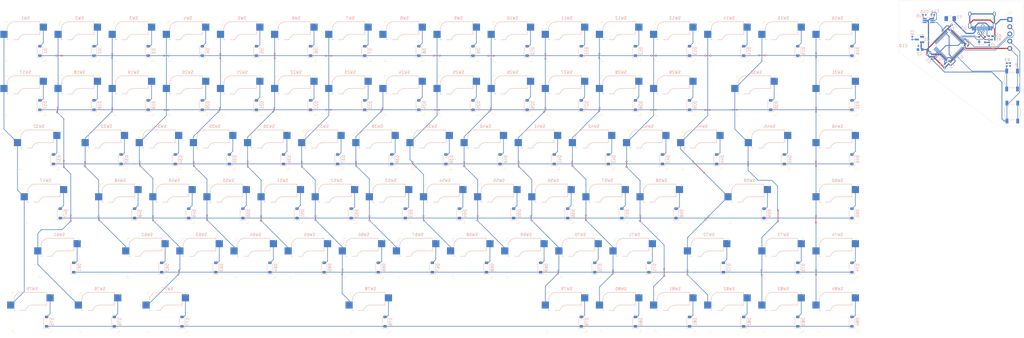
<source format=kicad_pcb>
(kicad_pcb (version 20241229) (generator "pcbnew") (generator_version "9.0")
  (layers (0 "F.Cu" signal) (2 "B.Cu" signal) (13 "F.Paste" user) (15 "B.Paste" user) (5 "F.SilkS" user "F.Silkscreen") (7 "B.SilkS" user "B.Silkscreen") (1 "F.Mask" user) (3 "B.Mask" user) (25 "Edge.Cuts" user))
  (net 0 "")
  (net 1 "BOOT0")
  (net 2 "+3V3")
  (net 3 "NRST")
  (net 4 "GND")
  (net 5 "+5V")
  (net 6 "SWCLK")
  (net 7 "SWD")
  (net 8 "SDA")
  (net 9 "RGB3.3")
  (net 10 "SCL")
  (net 11 "RGB5v")
  (net 12 "/A0")
  (net 13 "/A15")
  (net 14 "VBUS")
  (net 15 "D-")
  (net 16 "Net-(J1-CC2)")
  (net 17 "D+")
  (net 18 "Net-(J1-CC1)")
  (net 19 "Net-(R3-Pad2)")
  (net 20 "/A4")
  (net 21 "/B1")
  (net 22 "/B13")
  (net 23 "/B3")
  (net 24 "/A5")
  (net 25 "/B6")
  (net 26 "/B0")
  (net 27 "/F1")
  (net 28 "/C13")
  (net 29 "/A6")
  (net 30 "/C14")
  (net 31 "/A8")
  (net 32 "/A1")
  (net 33 "/B12")
  (net 34 "/B10")
  (net 35 "/C15")
  (net 36 "/B5")
  (net 37 "/A7")
  (net 38 "/B4")
  (net 39 "/F0")
  (net 40 "/A10")
  (net 41 "/A3")
  (net 42 "/B2")
  (net 43 "/A9")
  (net 44 "/B15")
  (net 45 "/A2")
  (net 46 "/B14")
  (net 47 "/B7")
  (net 48 "row0")
  (net 49 "Net-(D1-A)")
  (net 50 "row1")
  (net 51 "Net-(D2-A)")
  (net 52 "row2")
  (net 53 "Net-(D3-A)")
  (net 54 "Net-(D4-A)")
  (net 55 "row3")
  (net 56 "Net-(D5-A)")
  (net 57 "row5")
  (net 58 "Net-(D6-A)")
  (net 59 "Net-(D7-A)")
  (net 60 "Net-(D8-A)")
  (net 61 "row4")
  (net 62 "Net-(D9-A)")
  (net 63 "Net-(D10-A)")
  (net 64 "Net-(D11-A)")
  (net 65 "Net-(D12-A)")
  (net 66 "Net-(D13-A)")
  (net 67 "Net-(D14-A)")
  (net 68 "Net-(D15-A)")
  (net 69 "Net-(D16-A)")
  (net 70 "Net-(D17-A)")
  (net 71 "Net-(D18-A)")
  (net 72 "Net-(D19-A)")
  (net 73 "Net-(D20-A)")
  (net 74 "Net-(D21-A)")
  (net 75 "Net-(D22-A)")
  (net 76 "Net-(D23-A)")
  (net 77 "Net-(D24-A)")
  (net 78 "Net-(D25-A)")
  (net 79 "Net-(D26-A)")
  (net 80 "Net-(D27-A)")
  (net 81 "Net-(D28-A)")
  (net 82 "Net-(D29-A)")
  (net 83 "Net-(D30-A)")
  (net 84 "Net-(D31-A)")
  (net 85 "Net-(D32-A)")
  (net 86 "Net-(D33-A)")
  (net 87 "Net-(D34-A)")
  (net 88 "Net-(D35-A)")
  (net 89 "Net-(D36-A)")
  (net 90 "Net-(D37-A)")
  (net 91 "Net-(D38-A)")
  (net 92 "Net-(D39-A)")
  (net 93 "Net-(D40-A)")
  (net 94 "Net-(D41-A)")
  (net 95 "Net-(D42-A)")
  (net 96 "Net-(D43-A)")
  (net 97 "Net-(D44-A)")
  (net 98 "Net-(D45-A)")
  (net 99 "Net-(D46-A)")
  (net 100 "Net-(D47-A)")
  (net 101 "Net-(D48-A)")
  (net 102 "Net-(D49-A)")
  (net 103 "Net-(D50-A)")
  (net 104 "Net-(D51-A)")
  (net 105 "Net-(D52-A)")
  (net 106 "Net-(D53-A)")
  (net 107 "Net-(D54-A)")
  (net 108 "Net-(D55-A)")
  (net 109 "Net-(D56-A)")
  (net 110 "Net-(D57-A)")
  (net 111 "Net-(D58-A)")
  (net 112 "Net-(D59-A)")
  (net 113 "Net-(D60-A)")
  (net 114 "Net-(D61-A)")
  (net 115 "Net-(D62-A)")
  (net 116 "Net-(D63-A)")
  (net 117 "Net-(D64-A)")
  (net 118 "Net-(D65-A)")
  (net 119 "Net-(D66-A)")
  (net 120 "Net-(D67-A)")
  (net 121 "Net-(D68-A)")
  (net 122 "Net-(D69-A)")
  (net 123 "Net-(D70-A)")
  (net 124 "Net-(D71-A)")
  (net 125 "Net-(D72-A)")
  (net 126 "Net-(D73-A)")
  (net 127 "Net-(D74-A)")
  (net 128 "Net-(D75-A)")
  (net 129 "Net-(D76-A)")
  (net 130 "Net-(D77-A)")
  (net 131 "Net-(D78-A)")
  (net 132 "Net-(D79-A)")
  (net 133 "Net-(D80-A)")
  (net 134 "Net-(D81-A)")
  (net 135 "Net-(D82-A)")
  (net 136 "Net-(D83-A)")
  (net 137 "Net-(D84-A)")
  (net 138 "col0")
  (net 139 "col1")
  (net 140 "col2")
  (net 141 "col3")
  (net 142 "col4")
  (net 143 "col5")
  (net 144 "col6")
  (net 145 "col7")
  (net 146 "col8")
  (net 147 "col9")
  (net 148 "col10")
  (net 149 "col11")
  (net 150 "col12")
  (net 151 "col13")
  (net 152 "col14")
  (net 153 "col15")
  (footprint "switches:Kailh_socket_MX" (layer "F.Cu") (at 176.2125 114.3)
    (property "Reference" "SW67")
    (property "Value" "~")
  )
  (footprint "switches:Kailh_socket_MX" (layer "F.Cu") (at 247.65 38.1)
    (property "Reference" "SW12")
    (property "Value" "~")
  )
  (footprint "switches:Kailh_socket_MX" (layer "F.Cu") (at 128.5875 95.25)
    (property "Reference" "SW51")
    (property "Value" "~")
  )
  (footprint "switches:Kailh_socket_MX" (layer "F.Cu") (at 323.85 76.2)
    (property "Reference" "SW46")
    (property "Value" "~")
  )
  (footprint "switches:Kailh_socket_MX" (layer "F.Cu") (at 152.4 57.15)
    (property "Reference" "SW23")
    (property "Value" "~")
  )
  (footprint "switches:Kailh_socket_MX" (layer "F.Cu") (at 123.825 76.2)
    (property "Reference" "SW36")
    (property "Value" "~")
  )
  (footprint "switches:Kailh_socket_MX" (layer "F.Cu") (at 323.85 95.25)
    (property "Reference" "SW60")
    (property "Value" "~")
  )
  (footprint "switches:Kailh_socket_MX" (layer "F.Cu") (at 304.8 38.1)
    (property "Reference" "SW15")
    (property "Value" "~")
  )
  (footprint "switches:Kailh_socket_MX" (layer "F.Cu") (at 214.3125 114.3)
    (property "Reference" "SW69")
    (property "Value" "~")
  )
  (footprint "switches:Kailh_socket_MX" (layer "F.Cu") (at 219.075 76.2)
    (property "Reference" "SW41")
    (property "Value" "~")
  )
  (footprint "switches:Kailh_socket_MX" (layer "F.Cu") (at 95.25 38.1)
    (property "Reference" "SW4")
    (property "Value" "~")
  )
  (footprint "switches:Kailh_socket_MX" (layer "F.Cu") (at 252.4125 114.3)
    (property "Reference" "SW71")
    (property "Value" "~")
  )
  (footprint "switches:Kailh_socket_MX" (layer "F.Cu") (at 147.6375 95.25)
    (property "Reference" "SW52")
    (property "Value" "~")
  )
  (footprint "switches:Kailh_socket_MX" (layer "F.Cu") (at 114.3 57.15)
    (property "Reference" "SW21")
    (property "Value" "~")
  )
  (footprint "switches:Kailh_socket_MX" (layer "F.Cu") (at 57.15 57.15)
    (property "Reference" "SW18")
    (property "Value" "~")
  )
  (footprint "switches:Kailh_socket_MX" (layer "F.Cu") (at 185.7375 95.25)
    (property "Reference" "SW54")
    (property "Value" "~")
  )
  (footprint "switches:Kailh_socket_MX" (layer "F.Cu") (at 88.10625 133.35)
    (property "Reference" "SW77")
    (property "Value" "~")
  )
  (footprint "switches:Kailh_socket_MX" (layer "F.Cu") (at 304.8 133.35)
    (property "Reference" "SW83")
    (property "Value" "~")
  )
  (footprint "switches:Kailh_socket_MX" (layer "F.Cu") (at 57.15 38.1)
    (property "Reference" "SW2")
    (property "Value" "~")
  )
  (footprint "switches:Kailh_socket_MX" (layer "F.Cu") (at 323.85 57.15)
    (property "Reference" "SW31")
    (property "Value" "~")
  )
  (footprint "switches:Kailh_socket_MX" (layer "F.Cu") (at 90.4875 95.25)
    (property "Reference" "SW49")
    (property "Value" "~")
  )
  (footprint "switches:Kailh_socket_MX" (layer "F.Cu") (at 64.29375 133.35)
    (property "Reference" "SW76")
    (property "Value" "~")
  )
  (footprint "switches:Kailh_socket_MX" (layer "F.Cu") (at 238.125 76.2)
    (property "Reference" "SW42")
    (property "Value" "~")
  )
  (footprint "switches:Kailh_socket_MX" (layer "F.Cu") (at 200.025 76.2)
    (property "Reference" "SW40")
    (property "Value" "~")
  )
  (footprint "switches:Kailh_socket_MX" (layer "F.Cu") (at 45.24375 95.25)
    (property "Reference" "SW47")
    (property "Value" "~")
  )
  (footprint "Connector_PinHeader_2.54mm:PinHeader_1x05_P2.54mm_Vertical" (layer "F.Cu") (at 384.48033 30.346432)
    (property "Reference" "J2")
    (property "Value" "Conn_01x05" (hide yes))
  )
  (footprint "switches:Kailh_socket_MX" (layer "F.Cu") (at 114.3 38.1)
    (property "Reference" "SW5")
    (property "Value" "~")
  )
  (footprint "switches:Kailh_socket_MX" (layer "F.Cu") (at 138.1125 114.3)
    (property "Reference" "SW65")
    (property "Value" "~")
  )
  (footprint "switches:Kailh_socket_MX" (layer "F.Cu") (at 204.7875 95.25)
    (property "Reference" "SW55")
    (property "Value" "~")
  )
  (footprint "switches:Kailh_socket_MX" (layer "F.Cu") (at 285.75 133.35)
    (property "Reference" "SW82")
    (property "Value" "~")
  )
  (footprint "switches:Kailh_socket_MX" (layer "F.Cu") (at 261.9375 95.25)
    (property "Reference" "SW58")
    (property "Value" "~")
  )
  (footprint "switches:Kailh_socket_MX" (layer "F.Cu") (at 247.65 57.15)
    (property "Reference" "SW28")
    (property "Value" "~")
  )
  (footprint "switches:Kailh_socket_MX" (layer "F.Cu") (at 266.7 57.15)
    (property "Reference" "SW29")
    (property "Value" "~")
  )
  (footprint "switches:Kailh_socket_MX" (layer "F.Cu") (at 233.3625 114.3)
    (property "Reference" "SW70")
    (property "Value" "~")
  )
  (footprint "switches:Kailh_socket_MX" (layer "F.Cu") (at 85.725 76.2)
    (property "Reference" "SW34")
    (property "Value" "~")
  )
  (footprint "switches:Kailh_socket_MX" (layer "F.Cu") (at 133.35 38.1)
    (property "Reference" "SW6")
    (property "Value" "~")
  )
  (footprint "switches:Kailh_socket_MX" (layer "F.Cu") (at 95.25 57.15)
    (property "Reference" "SW20")
    (property "Value" "~")
  )
  (footprint "switches:Kailh_socket_MX" (layer "F.Cu") (at 195.2625 114.3)
    (property "Reference" "SW68")
    (property "Value" "~")
  )
  (footprint "switches:Kailh_socket_MX" (layer "F.Cu") (at 80.9625 114.3)
    (property "Reference" "SW62")
    (property "Value" "~")
  )
  (footprint "switches:Kailh_socket_MX" (layer "F.Cu") (at 133.35 57.15)
    (property "Reference" "SW22")
    (property "Value" "~")
  )
  (footprint "switches:Kailh_socket_MX" (layer "F.Cu") (at 38.1 38.1)
    (property "Reference" "SW1")
    (property "Value" "~")
  )
  (footprint "switches:Kailh_socket_MX" (layer "F.Cu") (at 323.85 114.3)
    (property "Reference" "SW74")
    (property "Value" "~")
  )
  (footprint "switches:Kailh_socket_MX" (layer "F.Cu") (at 171.45 57.15)
    (property "Reference" "SW24")
    (property "Value" "~")
  )
  (footprint "switches:Kailh_socket_MX" (layer "F.Cu") (at 292.89375 95.25)
    (property "Reference" "SW59")
    (property "Value" "~")
  )
  (footprint "switches:Kailh_socket_MX" (layer "F.Cu") (at 190.5 57.15)
    (property "Reference" "SW25")
    (property "Value" "~")
  )
  (footprint "switches:Kailh_socket_MX" (layer "F.Cu") (at 161.925 76.2)
    (property "Reference" "SW38")
    (property "Value" "~")
  )
  (footprint "switches:Kailh_socket_MX" (layer "F.Cu") (at 119.0625 114.3)
    (property "Reference" "SW64")
    (property "Value" "~")
  )
  (footprint "switches:Kailh_socket_MX" (layer "F.Cu") (at 42.8625 76.2)
    (property "Reference" "SW32")
    (property "Value" "~")
  )
  (footprint "switches:Kailh_socket_MX" (layer "F.Cu") (at 180.975 76.2)
    (property "Reference" "SW39")
    (property "Value" "~")
  )
  (footprint "switches:Kailh_socket_MX" (layer "F.Cu") (at 40.48125 133.35)
    (property "Reference" "SW75")
    (property "Value" "~")
  )
  (footprint "switches:Kailh_socket_MX" (layer "F.Cu") (at 285.75 38.1)
    (property "Reference" "SW14")
    (property "Value" "~")
  )
  (footprint "switches:Kailh_socket_MX" (layer "F.Cu") (at 50.00625 114.3)
    (property "Reference" "SW61")
    (property "Value" "~")
  )
  (footprint "switches:Kailh_socket_MX" (layer "F.Cu") (at 278.60625 114.3)
    (property "Reference" "SW72")
    (property "Value" "~")
  )
  (footprint "switches:Kailh_socket_MX" (layer "F.Cu") (at 257.175 76.2)
    (property "Reference" "SW43")
    (property "Value" "~")
  )
  (footprint "switches:Kailh_socket_MX" (layer "F.Cu") (at 104.775 76.2)
    (property "Reference" "SW35")
    (property "Value" "~")
  )
  (footprint "switches:Kailh_socket_MX" (layer "F.Cu") (at 171.45 38.1)
    (property "Reference" "SW8")
    (property "Value" "~")
  )
  (footprint "switches:Kailh_socket_MX" (layer "F.Cu") (at 76.2 38.1)
    (property "Reference" "SW3")
    (property "Value" "~")
  )
  (footprint "switches:Kailh_socket_MX" (layer "F.Cu") (at 304.8 114.3)
    (property "Reference" "SW73")
    (property "Value" "~")
  )
  (footprint "switches:Kailh_socket_MX" (layer "F.Cu") (at 228.6 38.1)
    (property "Reference" "SW11")
    (property "Value" "~")
  )
  (footprint "switches:Kailh_socket_MX" (layer "F.Cu") (at 71.4375 95.25)
    (property "Reference" "SW48")
    (property "Value" "~")
  )
  (footprint "switches:Kailh_socket_MX" (layer "F.Cu") (at 242.8875 95.25)
    (property "Reference" "SW57")
    (property "Value" "~")
  )
  (footprint "switches:Kailh_socket_MX" (layer "F.Cu") (at 228.6 57.15)
    (property "Reference" "SW27")
    (property "Value" "~")
  )
  (footprint "switches:Kailh_socket_MX" (layer "F.Cu") (at 159.54375 133.35)
    (property "Reference" "SW78")
    (property "Value" "~")
  )
  (footprint "switches:Kailh_socket_MX" (layer "F.Cu") (at 66.675 76.2)
    (property "Reference" "SW33")
    (property "Value" "~")
  )
  (footprint "switches:Kailh_socket_MX" (layer "F.Cu") (at 157.1625 114.3)
    (property "Reference" "SW66")
    (property "Value" "~")
  )
  (footprint "switches:Kailh_socket_MX" (layer "F.Cu") (at 152.4 38.1)
    (property "Reference" "SW7")
    (property "Value" "~")
  )
  (footprint "switches:Kailh_socket_MX" (layer "F.Cu") (at 247.65 133.35)
    (property "Reference" "SW80")
    (property "Value" "~")
  )
  (footprint "switches:Kailh_socket_MX" (layer "F.Cu") (at 209.55 38.1)
    (property "Reference" "SW10")
    (property "Value" "~")
  )
  (footprint "switches:Kailh_socket_MX" (layer "F.Cu") (at 228.6 133.35)
    (property "Reference" "SW79")
    (property "Value" "~")
  )
  (footprint "switches:Kailh_socket_MX" (layer "F.Cu") (at 142.875 76.2)
    (property "Reference" "SW37")
    (property "Value" "~")
  )
  (footprint "switches:Kailh_socket_MX" (layer "F.Cu") (at 209.55 57.15)
    (property "Reference" "SW26")
    (property "Value" "~")
  )
  (footprint "switches:Kailh_socket_MX" (layer "F.Cu") (at 323.85 133.35)
    (property "Reference" "SW84")
    (property "Value" "~")
  )
  (footprint "switches:Kailh_socket_MX" (layer "F.Cu") (at 100.0125 114.3)
    (property "Reference" "SW63")
    (property "Value" "~")
  )
  (footprint "switches:Kailh_socket_MX" (layer "F.Cu") (at 323.85 38.1)
    (property "Reference" "SW16")
    (property "Value" "~")
  )
  (footprint "switches:Kailh_socket_MX" (layer "F.Cu") (at 76.2 57.15)
    (property "Reference" "SW19")
    (property "Value" "~")
  )
  (footprint "switches:Kailh_socket_MX" (layer "F.Cu") (at 38.1 57.15)
    (property "Reference" "SW17")
    (property "Value" "~")
  )
  (footprint "switches:Kailh_socket_MX" (layer "F.Cu") (at 266.7 133.35)
    (property "Reference" "SW81")
    (property "Value" "~")
  )
  (footprint "switches:Kailh_socket_MX" (layer "F.Cu") (at 295.275 57.15)
    (property "Reference" "SW30")
    (property "Value" "~")
  )
  (footprint "switches:Kailh_socket_MX" (layer "F.Cu") (at 109.5375 95.25)
    (property "Reference" "SW50")
    (property "Value" "~")
  )
  (footprint "switches:Kailh_socket_MX" (layer "F.Cu") (at 223.8375 95.25)
    (property "Reference" "SW56")
    (property "Value" "~")
  )
  (footprint "switches:Kailh_socket_MX" (layer "F.Cu") (at 190.5 38.1)
    (property "Reference" "SW9")
    (property "Value" "~")
  )
  (footprint "switches:Kailh_socket_MX" (layer "F.Cu") (at 300.0375 76.2)
    (property "Reference" "SW45")
    (property "Value" "~")
  )
  (footprint "switches:Kailh_socket_MX" (layer "F.Cu") (at 276.225 76.2)
    (property "Reference" "SW44")
    (property "Value" "~")
  )
  (footprint "switches:Kailh_socket_MX" (layer "F.Cu") (at 266.7 38.1)
    (property "Reference" "SW13")
    (property "Value" "~")
  )
  (footprint "switches:Kailh_socket_MX" (layer "F.Cu") (at 166.6875 95.25)
    (property "Reference" "SW53")
    (property "Value" "~")
  )
  (footprint "Diode_SMD:D_SOD-123" (layer "B.Cu") (at 252.73 136.65 90)
    (property "Reference" "D80")
    (property "Value" "D")
  )
  (footprint "Capacitor_SMD:C_0603_1608Metric" (layer "B.Cu") (at 352.931225 40.909153 180)
    (property "Reference" "C2")
    (property "Value" "10uF")
  )
  (footprint "Diode_SMD:D_SOD-123" (layer "B.Cu") (at 328.93 98.55 90)
    (property "Reference" "D60")
    (property "Value" "D")
  )
  (footprint "Capacitor_SMD:C_0402_1005Metric" (layer "B.Cu") (at 357.473476 42.986473 -45)
    (property "Reference" "C7")
    (property "Value" "100nF")
  )
  (footprint "Capacitor_SMD:C_0402_1005Metric" (layer "B.Cu") (at 354.408958 28.676432)
    (property "Reference" "C44")
    (property "Value" "0.1uF")
  )
  (footprint "Diode_SMD:D_SOD-123" (layer "B.Cu") (at 147.955 79.5 90)
    (property "Reference" "D37")
    (property "Value" "D")
  )
  (footprint "Capacitor_SMD:C_0402_1005Metric" (layer "B.Cu") (at 357.40033 28.666432)
    (property "Reference" "C43")
    (property "Value" "0.1uF")
  )
  (footprint "Resistor_SMD:R_0402_1005Metric" (layer "B.Cu") (at 384.58033 46.176432 -90)
    (property "Reference" "R4")
    (property "Value" "5.1k")
  )
  (footprint "Diode_SMD:D_SOD-123" (layer "B.Cu") (at 171.7675 98.55 90)
    (property "Reference" "D53")
    (property "Value" "D")
  )
  (footprint "Diode_SMD:D_SOD-123" (layer "B.Cu") (at 181.2925 117.6 90)
    (property "Reference" "D67")
    (property "Value" "D")
  )
  (footprint "Diode_SMD:D_SOD-123" (layer "B.Cu") (at 195.58 60.45 90)
    (property "Reference" "D25")
    (property "Value" "D")
  )
  (footprint "Package_TO_SOT_SMD:SOT-143" (layer "B.Cu") (at 374.72033 37.433932)
    (property "Reference" "U2")
    (property "Value" "PRTR5V0U2X" (hide yes))
  )
  (footprint "Diode_SMD:D_SOD-123" (layer "B.Cu") (at 219.3925 117.6 90)
    (property "Reference" "D69")
    (property "Value" "D")
  )
  (footprint "Diode_SMD:D_SOD-123" (layer "B.Cu") (at 76.5175 98.55 90)
    (property "Reference" "D48")
    (property "Value" "D")
  )
  (footprint "Diode_SMD:D_SOD-123" (layer "B.Cu") (at 328.93 60.45 90)
    (property "Reference" "D31")
    (property "Value" "D")
  )
  (footprint "Diode_SMD:D_SOD-123" (layer "B.Cu") (at 81.28 60.45 90)
    (property "Reference" "D19")
    (property "Value" "D")
  )
  (footprint "Diode_SMD:D_SOD-123" (layer "B.Cu") (at 262.255 79.5 90)
    (property "Reference" "D43")
    (property "Value" "D")
  )
  (footprint "PCM_marbastlib-various:USB_C_Receptacle_HRO_TYPE-C-31-M-12" (layer "B.Cu") (at 374.72033 29.426432)
    (property "Reference" "J1" (hide yes))
    (property "Value" "USB_C_Receptacle_USB2.0")
  )
  (footprint "Diode_SMD:D_SOD-123" (layer "B.Cu") (at 328.93 79.5 90)
    (property "Reference" "D46")
    (property "Value" "D")
  )
  (footprint "Diode_SMD:D_SOD-123" (layer "B.Cu") (at 195.58 41.4 90)
    (property "Reference" "D9")
    (property "Value" "D")
  )
  (footprint "Diode_SMD:D_SOD-123" (layer "B.Cu") (at 152.7175 98.55 90)
    (property "Reference" "D52")
    (property "Value" "D")
  )
  (footprint "Diode_SMD:D_SOD-123" (layer "B.Cu") (at 133.6675 98.55 90)
    (property "Reference" "D51")
    (property "Value" "D")
  )
  (footprint "Diode_SMD:D_SOD-123" (layer "B.Cu") (at 119.38 41.4 90)
    (property "Reference" "D5")
    (property "Value" "D")
  )
  (footprint "Capacitor_SMD:C_0402_1005Metric" (layer "B.Cu") (at 363.307107 45.657107 -135)
    (property "Reference" "C5")
    (property "Value" "100nF")
  )
  (footprint "Diode_SMD:D_SOD-123" (layer "B.Cu") (at 86.0425 117.6 90)
    (property "Reference" "D62")
    (property "Value" "D")
  )
  (footprint "Diode_SMD:D_SOD-123" (layer "B.Cu") (at 162.2425 117.6 90)
    (property "Reference" "D66")
    (property "Value" "D")
  )
  (footprint "Diode_SMD:D_SOD-123" (layer "B.Cu") (at 176.53 41.4 90)
    (property "Reference" "D8")
    (property "Value" "D")
  )
  (footprint "Diode_SMD:D_SOD-123" (layer "B.Cu") (at 62.23 41.4 90)
    (property "Reference" "D2")
    (property "Value" "D")
  )
  (footprint "Diode_SMD:D_SOD-123" (layer "B.Cu") (at 328.93 136.65 90)
    (property "Reference" "D84")
    (property "Value" "D")
  )
  (footprint "Diode_SMD:D_SOD-123" (layer "B.Cu") (at 105.0925 117.6 90)
    (property "Reference" "D63")
    (property "Value" "D")
  )
  (footprint "Diode_SMD:D_SOD-123" (layer "B.Cu") (at 300.355 60.45 90)
    (property "Reference" "D30")
    (property "Value" "D")
  )
  (footprint "Package_QFP:LQFP-48_7x7mm_P0.5mm" (layer "B.Cu") (at 363.13033 39.469922 45)
    (property "Reference" "U1")
    (property "Value" "STM32F072CBT6")
  )
  (footprint "Diode_SMD:D_SOD-123" (layer "B.Cu") (at 93.18625 136.65 90)
    (property "Reference" "D77")
    (property "Value" "D")
  )
  (footprint "Diode_SMD:D_SOD-123" (layer "B.Cu") (at 271.78 60.45 90)
    (property "Reference" "D29")
    (property "Value" "D")
  )
  (footprint "Diode_SMD:D_SOD-123" (layer "B.Cu") (at 157.48 60.45 90)
    (property "Reference" "D23")
    (property "Value" "D")
  )
  (footprint "Capacitor_SMD:C_0402_1005Metric" (layer "B.Cu") (at 352.80033 39.646432 180)
    (property "Reference" "C10")
    (property "Value" "1uF")
  )
  (footprint "Diode_SMD:D_SOD-123" (layer "B.Cu") (at 138.43 60.45 90)
    (property "Reference" "D22")
    (property "Value" "D")
  )
  (footprint "Diode_SMD:D_SOD-123" (layer "B.Cu") (at 100.33 60.45 90)
    (property "Reference" "D20")
    (property "Value" "D")
  )
  (footprint "Diode_SMD:D_SOD-123" (layer "B.Cu") (at 45.56125 136.65 90)
    (property "Reference" "D75")
    (property "Value" "D")
  )
  (footprint "Capacitor_SMD:C_0402_1005Metric" (layer "B.Cu") (at 356.589592 43.870357 135)
    (property "Reference" "C1")
    (property "Value" "100nF")
  )
  (footprint "Diode_SMD:D_SOD-123" (layer "B.Cu") (at 233.68 41.4 90)
    (property "Reference" "D11")
    (property "Value" "D")
  )
  (footprint "Diode_SMD:D_SOD-123" (layer "B.Cu") (at 267.0175 98.55 90)
    (property "Reference" "D58")
    (property "Value" "D")
  )
  (footprint "Fuse:Fuse_1206_3216Metric" (layer "B.Cu") (at 363.51033 30.006432 180)
    (property "Reference" "F1")
    (property "Value" "500mA")
  )
  (footprint "Capacitor_SMD:C_0402_1005Metric" (layer "B.Cu") (at 377.23033 38.876432 -90)
    (property "Reference" "C8")
    (property "Value" "100nF")
  )
  (footprint "Diode_SMD:D_SOD-123" (layer "B.Cu") (at 238.4425 117.6 90)
    (property "Reference" "D70")
    (property "Value" "D")
  )
  (footprint "Capacitor_SMD:C_0402_1005Metric" (layer "B.Cu") (at 350.186225 36.889153 90)
    (property "Reference" "C9")
    (property "Value" "1uF")
  )
  (footprint "Diode_SMD:D_SOD-123" (layer "B.Cu") (at 167.005 79.5 90)
    (property "Reference" "D38")
    (property "Value" "D")
  )
  (footprint "Diode_SMD:D_SOD-123" (layer "B.Cu") (at 124.1425 117.6 90)
    (property "Reference" "D64")
    (property "Value" "D")
  )
  (footprint "Diode_SMD:D_SOD-123" (layer "B.Cu") (at 200.3425 117.6 90)
    (property "Reference" "D68")
    (property "Value" "D")
  )
  (footprint "Diode_SMD:D_SOD-123" (layer "B.Cu") (at 47.9425 79.5 90)
    (property "Reference" "D32")
    (property "Value" "D")
  )
  (footprint "Diode_SMD:D_SOD-123" (layer "B.Cu") (at 205.105 79.5 90)
    (property "Reference" "D40")
    (property "Value" "D")
  )
  (footprint "Capacitor_SMD:C_0402_1005Metric" (layer "B.Cu") (at 361.892893 46.364213 -45)
    (property "Reference" "C6")
    (property "Value" "100nF")
  )
  (footprint "Diode_SMD:D_SOD-123" (layer "B.Cu") (at 252.73 60.45 90)
    (property "Reference" "D28")
    (property "Value" "D")
  )
  (footprint "Diode_SMD:D_SOD-123" (layer "B.Cu") (at 214.63 41.4 90)
    (property "Reference" "D10")
    (property "Value" "D")
  )
  (footprint "Diode_SMD:D_SOD-123" (layer "B.Cu") (at 164.62375 136.65 90)
    (property "Reference" "D78")
    (property "Value" "D")
  )
  (footprint "Diode_SMD:D_SOD-123" (layer "B.Cu") (at 309.88 117.6 90)
    (property "Reference" "D73")
    (property "Value" "D")
  )
  (footprint "Diode_SMD:D_SOD-123" (layer "B.Cu") (at 69.37375 136.65 90)
    (property "Reference" "D76")
    (property "Value" "D")
  )
  (footprint "Diode_SMD:D_SOD-123" (layer "B.Cu") (at 186.055 79.5 90)
    (property "Reference" "D39")
    (property "Value" "D")
  )
  (footprint "Diode_SMD:D_SOD-123" (layer "B.Cu") (at 128.905 79.5 90)
    (property "Reference" "D36")
    (property "Value" "D")
  )
  (footprint "Diode_SMD:D_SOD-123" (layer "B.Cu") (at 305.1175 79.5 90)
    (property "Reference" "D45")
    (property "Value" "D")
  )
  (footprint "Diode_SMD:D_SOD-123" (layer "B.Cu") (at 328.93 117.6 90)
    (property "Reference" "D74")
    (property "Value" "D")
  )
  (footprint "Package_TO_SOT_SMD:SOT-363_SC-70-6_Handsoldering" (layer "B.Cu") (at 355.878958 30.706432 180)
    (property "Reference" "U5")
    (property "Value" "TXB0101")
  )
  (footprint "Capacitor_SMD:C_0402_1005Metric" (layer "B.Cu") (at 362.953553 33.282738 45)
    (property "Reference" "C4")
    (property "Value" "100nF")
  )
  (footprint "Diode_SMD:D_SOD-123" (layer "B.Cu") (at 100.33 41.4 90)
    (property "Reference" "D4")
    (property "Value" "D")
  )
  (footprint "Diode_SMD:D_SOD-123" (layer "B.Cu") (at 81.28 41.4 90)
    (property "Reference" "D3")
    (property "Value" "D")
  )
  (footprint "Diode_SMD:D_SOD-123" (layer "B.Cu") (at 309.88 136.65 90)
    (property "Reference" "D83")
    (property "Value" "D")
  )
  (footprint "Diode_SMD:D_SOD-123" (layer "B.Cu") (at 233.68 136.65 90)
    (property "Reference" "D79")
    (property "Value" "D")
  )
  (footprint "Diode_SMD:D_SOD-123" (layer "B.Cu") (at 271.78 41.4 90)
    (property "Reference" "D13")
    (property "Value" "D")
  )
  (footprint "Diode_SMD:D_SOD-123" (layer "B.Cu") (at 176.53 60.45 90)
    (property "Reference" "D24")
    (property "Value" "D")
  )
  (footprint "Diode_SMD:D_SOD-123" (layer "B.Cu") (at 62.23 60.45 90)
    (property "Reference" "D18")
    (property "Value" "D")
  )
  (footprint "Diode_SMD:D_SOD-123" (layer "B.Cu") (at 214.63 60.45 90)
    (property "Reference" "D26")
    (property "Value" "D")
  )
  (footprint "Resistor_SMD:R_0402_1005Metric" (layer "B.Cu") (at 377.72033 36.183932)
    (property "Reference" "R2")
    (property "Value" "5.1k")
  )
  (footprint "Diode_SMD:D_SOD-123" (layer "B.Cu") (at 309.88 41.4 90)
    (property "Reference" "D15")
    (property "Value" "D")
  )
  (footprint "Diode_SMD:D_SOD-123" (layer "B.Cu") (at 95.5675 98.55 90)
    (property "Reference" "D49")
    (property "Value" "D")
  )
  (footprint "Diode_SMD:D_SOD-123" (layer "B.Cu") (at 109.855 79.5 90)
    (property "Reference" "D35")
    (property "Value" "D")
  )
  (footprint "Button_Switch_SMD:SW_SPST_TL3342" (layer "B.Cu") (at 385.37033 62.906432 -90)
    (property "Reference" "RST1" (hide yes))
    (property "Value" "SW_SPST")
  )
  (footprint "Diode_SMD:D_SOD-123" (layer "B.Cu") (at 328.93 41.4 90)
    (property "Reference" "D16")
    (property "Value" "D")
  )
  (footprint "Diode_SMD:D_SOD-123" (layer "B.Cu") (at 281.305 79.5 90)
    (property "Reference" "D44")
    (property "Value" "D")
  )
  (footprint "Package_TO_SOT_SMD:SOT-23" (layer "B.Cu") (at 352.681225 37.371653 180)
    (property "Reference" "U3")
    (property "Value" "XC6206PxxxMR-Regulator_Linear" (hide yes))
  )
  (footprint "Capacitor_SMD:C_0402_1005Metric" (layer "B.Cu") (at 369.317514 39.293146 -45)
    (property "Reference" "C3")
    (property "Value" "100nF")
  )
  (footprint "Diode_SMD:D_SOD-123" (layer "B.Cu") (at 157.48 41.4 90)
    (property "Reference" "D7")
    (property "Value" "D")
  )
  (footprint "Diode_SMD:D_SOD-123" (layer "B.Cu") (at 252.73 41.4 90)
    (property "Reference" "D12")
    (property "Value" "D")
  )
  (footprint "Diode_SMD:D_SOD-123" (layer "B.Cu") (at 50.32375 98.55 90)
    (property "Reference" "D47")
    (property "Value" "D")
  )
  (footprint "Diode_SMD:D_SOD-123" (layer "B.Cu") (at 190.8175 98.55 90)
    (property "Reference" "D54")
    (property "Value" "D")
  )
  (footprint "Diode_SMD:D_SOD-123" (layer "B.Cu") (at 228.9175 98.55 90)
    (property "Reference" "D56")
    (property "Value" "D")
  )
  (footprint "Diode_SMD:D_SOD-123" (layer "B.Cu") (at 90.805 79.5 90)
    (property "Reference" "D34")
    (property "Value" "D")
  )
  (footprint "Diode_SMD:D_SOD-123" (layer "B.Cu") (at 233.68 60.45 90)
    (property "Reference" "D27")
    (property "Value" "D")
  )
  (footprint "Resistor_SMD:R_0402_1005Metric" (layer "B.Cu") (at 383.38033 46.226432 90)
    (property "Reference" "R3")
    (property "Value" "5.1k" (hide yes))
  )
  (footprint "Diode_SMD:D_SOD-123" (layer "B.Cu") (at 55.08625 117.6 90)
    (property "Reference" "D61")
    (property "Value" "D")
  )
  (footprint "Diode_SMD:D_SOD-123" (layer "B.Cu") (at 283.68625 117.6 90)
    (property "Reference" "D72")
    (property "Value" "D")
  )
  (footprint "Diode_SMD:D_SOD-123" (layer "B.Cu") (at 43.18 60.45 90)
    (property "Reference" "D17")
    (property "Value" "D")
  )
  (footprint "Diode_SMD:D_SOD-123" (layer "B.Cu") (at 290.83 41.4 90)
    (property "Reference" "D14")
    (property "Value" "D")
  )
  (footprint "Diode_SMD:D_SOD-123" (layer "B.Cu") (at 71.755 79.5 90)
    (property "Reference" "D33")
    (property "Value" "D")
  )
  (footprint "Diode_SMD:D_SOD-123" (layer "B.Cu") (at 114.6175 98.55 90)
    (property "Reference" "D50")
    (property "Value" "D")
  )
  (footprint "Diode_SMD:D_SOD-123" (layer "B.Cu") (at 290.83 136.65 90)
    (property "Reference" "D82")
    (property "Value" "D")
  )
  (footprint "Diode_SMD:D_SOD-123" (layer "B.Cu") (at 119.38 60.45 90)
    (property "Reference" "D21")
    (property "Value" "D")
  )
  (footprint "Diode_SMD:D_SOD-123" (layer "B.Cu") (at 209.8675 98.55 90)
    (property "Reference" "D55")
    (property "Value" "D")
  )
  (footprint "Diode_SMD:D_SOD-123" (layer "B.Cu") (at 138.43 41.4 90)
    (property "Reference" "D6")
    (property "Value" "D")
  )
  (footprint "Diode_SMD:D_SOD-123" (layer "B.Cu") (at 297.97375 98.55 90)
    (property "Reference" "D59")
    (property "Value" "D")
  )
  (footprint "Diode_SMD:D_SOD-123" (layer "B.Cu") (at 43.18 41.4 90)
    (property "Reference" "D1")
    (property "Value" "D")
  )
  (footprint "Diode_SMD:D_SOD-123" (layer "B.Cu") (at 257.4925 117.6 90)
    (property "Reference" "D71")
    (property "Value" "D")
  )
  (footprint "Diode_SMD:D_SOD-123" (layer "B.Cu") (at 143.1925 117.6 90)
    (property "Reference" "D65")
    (property "Value" "D")
  )
  (footprint "Diode_SMD:D_SOD-123" (layer "B.Cu") (at 271.78 136.65 90)
    (property "Reference" "D81")
    (property "Value" "D")
  )
  (footprint "Button_Switch_SMD:SW_SPST_TL3342" (layer "B.Cu") (at 385.29033 51.646432 90)
    (property "Reference" "BOOT1" (hide yes))
    (property "Value" "SW_SPST" (hide yes))
  )
  (footprint "Resistor_SMD:R_0402_1005Metric" (layer "B.Cu") (at 378.68033 37.413932 180)
    (property "Reference" "R1")
    (property "Value" "5.1k")
  )
  (footprint "Diode_SMD:D_SOD-123" (layer "B.Cu") (at 224.155 79.5 90)
    (property "Reference" "D41")
    (property "Value" "D")
  )
  (footprint "Diode_SMD:D_SOD-123" (layer "B.Cu") (at 247.9675 98.55 90)
    (property "Reference" "D57")
    (property "Value" "D")
  )
  (footprint "Diode_SMD:D_SOD-123" (layer "B.Cu") (at 243.205 79.5 90)
    (property "Reference" "D42")
    (property "Value" "D")
  )
  (gr_line (start 380.39033 67.826432) (end 345.47033 41.806432) (stroke (width 0.05)) (layer "Edge.Cuts"))
  (gr_line (start 389.21033 23.836432) (end 389.47033 67.826432) (stroke (width 0.05)) (layer "Edge.Cuts"))
  (gr_line (start 389.47033 67.826432) (end 380.39033 67.826432) (stroke (width 0.05)) (layer "Edge.Cuts"))
  (gr_line (start 345.56033 23.746432) (end 389.21033 23.836432) (stroke (width 0.05)) (layer "Edge.Cuts"))
  (gr_line (start 345.47033 41.806432) (end 345.56033 23.746432) (stroke (width 0.05)) (layer "Edge.Cuts"))
  (segment (start 383.39033 48.496432) (end 383.39033 54.796432) (width 0.2) (layer "B.Cu") (net 1))
  (segment (start 383.38033 48.486432) (end 383.39033 48.496432) (width 0.2) (layer "B.Cu") (net 1))
  (segment (start 383.38033 46.736432) (end 383.38033 48.486432) (width 0.2) (layer "B.Cu") (net 1))
  (segment (start 365.543332 42.943584) (end 371.09618 48.496432) (width 0.2) (layer "B.Cu") (net 1))
  (segment (start 371.09618 48.496432) (end 383.39033 48.496432) (width 0.2) (layer "B.Cu") (net 1))
  (segment (start 360.28292 42.63292) (end 362.6 44.95) (width 0.4) (layer "F.Cu") (net 2))
  (segment (start 356.37746 41.909441) (end 357.100939 42.63292) (width 0.4) (layer "F.Cu") (net 2))
  (segment (start 363.66066 44.95) (end 362.6 44.95) (width 0.4) (layer "F.Cu") (net 2))
  (segment (start 369.116587 40.506432) (end 384.48033 40.506432) (width 0.4) (layer "F.Cu") (net 2))
  (segment (start 368.610407 38.939592) (end 368.080077 38.409262) (width 0.4) (layer "F.Cu") (net 2))
  (segment (start 363.66066 33.989845) (end 368.080077 38.409262) (width 0.4) (layer "F.Cu") (net 2))
  (segment (start 368.610407 40.000252) (end 369.116587 40.506432) (width 0.4) (layer "F.Cu") (net 2))
  (segment (start 368.610407 40.000252) (end 368.610407 38.939592) (width 0.4) (layer "F.Cu") (net 2))
  (segment (start 357.100939 42.63292) (end 360.28292 42.63292) (width 0.4) (layer "F.Cu") (net 2))
  (segment (start 368.610407 40.000252) (end 363.66066 44.95) (width 0.4) (layer "F.Cu") (net 2))
  (via (at 368.610407 40.000252) (size 0.8) (drill 0.4) (layers "F.Cu" "B.Cu") (net 2))
  (via (at 362.6 44.95) (size 0.8) (drill 0.4) (layers "F.Cu" "B.Cu") (net 2))
  (via (at 363.66066 33.989845) (size 0.8) (drill 0.4) (layers "F.Cu" "B.Cu") (net 2))
  (via (at 356.37746 41.909441) (size 0.8) (drill 0.4) (layers "F.Cu" "B.Cu") (net 2))
  (segment (start 355.858958 31.187682) (end 355.377708 30.706432) (width 0.4) (layer "B.Cu") (net 2))
  (segment (start 359.303114 41.529371) (end 358.357359 42.475126) (width 0.3) (layer "B.Cu") (net 2))
  (segment (start 358.357359 42.475126) (end 357.306 42.475126) (width 0.3) (layer "B.Cu") (net 2))
  (segment (start 361.553482 46.024802) (end 361.553482 44.935858) (width 0.3) (layer "B.Cu") (net 2))
  (segment (start 362.6 44.95) (end 362.6 44.978284) (width 0.4) (layer "B.Cu") (net 2))
  (segment (start 357.868958 29.396432) (end 357.868958 28.756432) (width 0.2) (layer "B.Cu") (net 2))
  (segment (start 354.548958 30.706432) (end 355.74908 30.706432) (width 0.4) (layer "B.Cu") (net 2))
  (segment (start 355.377708 30.706432) (end 354.548958 30.706432) (width 0.4) (layer "B.Cu") (net 2))
  (segment (start 368.610407 40.000252) (end 368.610407 39.32143) (width 0.4) (layer "B.Cu") (net 2))
  (segment (start 353.716225 40.919153) (end 353.681225 40.884153) (width 0.4) (layer "B.Cu") (net 2))
  (segment (start 353.28033 38.660048) (end 353.618725 38.321653) (width 0.4) (layer "B.Cu") (net 2))
  (segment (start 362.6 44.95) (end 363.278822 44.95) (width 0.4) (layer "B.Cu") (net 2))
  (segment (start 357.306 42.475126) (end 357.134064 42.647062) (width 0.3) (layer "B.Cu") (net 2))
  (segment (start 368.610407 39.32143) (end 368.978103 38.953734) (width 0.4) (layer "B.Cu") (net 2))
  (segment (start 357.208958 30.056432) (end 357.868958 29.396432) (width 0.2) (layer "B.Cu") (net 2))
  (segment (start 353.28033 39.646432) (end 353.28033 40.483258) (width 0.4) (layer "B.Cu") (net 2))
  (segment (start 362.981837 33.989845) (end 363.66066 33.989845) (width 0.4) (layer "B.Cu") (net 2))
  (segment (start 363.646518 45.317695) (end 364.129118 44.835095) (width 0.3) (layer "B.Cu") (net 2))
  (segment (start 362.776776 43.712563) (end 362.131542 44.357798) (width 0.3) (layer "B.Cu") (net 2))
  (segment (start 362.131542 34.582047) (end 362.131542 34.10475) (width 0.3) (layer "B.Cu") (net 2))
  (segment (start 355.858958 41.39094) (end 355.858958 31.187682) (width 0.4) (layer "B.Cu") (net 2))
  (segment (start 353.28033 40.483258) (end 353.681225 40.884153) (width 0.4) (layer "B.Cu") (net 2))
  (segment (start 356.37746 41.909441) (end 356.377459 41.909441) (width 0.4) (layer "B.Cu") (net 2))
  (segment (start 356.39908 30.056432) (end 357.208958 30.056432) (width 0.4) (layer "B.Cu") (net 2))
  (segment (start 353.706225 40.909153) (end 355.377172 40.909153) (width 0.4) (layer "B.Cu") (net 2))
  (segment (start 363.278822 44.95) (end 363.646518 45.317695) (width 0.4) (layer "B.Cu") (net 2))
  (segment (start 368.495503 38.471134) (end 368.978103 38.953734) (width 0.3) (layer "B.Cu") (net 2))
  (segment (start 363.483883 43.712563) (end 362.776776 43.712563) (width 0.3) (layer "B.Cu") (net 2))
  (segment (start 362.6 44.978284) (end 361.553482 46.024802) (width 0.4) (layer "B.Cu") (net 2))
  (segment (start 364.129118 44.357798) (end 363.483883 43.712563) (width 0.3) (layer "B.Cu") (net 2))
  (segment (start 361.553482 44.935858) (end 362.131542 44.357798) (width 0.3) (layer "B.Cu") (net 2))
  (segment (start 357.119922 42.63292) (end 357.100939 42.63292) (width 0.4) (layer "B.Cu") (net 2))
  (segment (start 362.614142 33.622149) (end 362.981837 33.989845) (width 0.4) (layer "B.Cu") (net 2))
  (segment (start 355.74908 30.706432) (end 356.39908 30.056432) (width 0.4) (layer "B.Cu") (net 2))
  (segment (start 364.129118 44.835095) (end 364.129118 44.357798) (width 0.3) (layer "B.Cu") (net 2))
  (segment (start 368.018205 38.471134) (end 368.495503 38.471134) (width 0.3) (layer "B.Cu") (net 2))
  (segment (start 353.28033 39.646432) (end 353.28033 38.660048) (width 0.4) (layer "B.Cu") (net 2))
  (segment (start 362.131542 34.10475) (end 362.614142 33.622149) (width 0.3) (layer "B.Cu") (net 2))
  (segment (start 357.100939 42.63292) (end 356.37746 41.909441) (width 0.4) (layer "B.Cu") (net 2))
  (segment (start 387.19033 48.496432) (end 387.19033 43.216432) (width 0.2) (layer "B.Cu") (net 2))
  (segment (start 387.19033 43.216432) (end 384.48033 40.506432) (width 0.2) (layer "B.Cu") (net 2))
  (segment (start 356.377459 41.909441) (end 355.858958 41.39094) (width 0.4) (layer "B.Cu") (net 2))
  (segment (start 353.681225 40.884153) (end 353.706225 40.909153) (width 0.2) (layer "B.Cu") (net 2))
  (segment (start 387.19033 54.796432) (end 387.19033 48.496432) (width 0.2) (layer "B.Cu") (net 2))
  (segment (start 356.540502 30.056432) (end 357.208958 30.056432) (width 0.2) (layer "B.Cu") (net 2))
  (segment (start 355.377172 40.909153) (end 356.37746 41.909441) (width 0.4) (layer "B.Cu") (net 2))
  (segment (start 381.71033 65.296432) (end 382.47033 66.056432) (width 0.25) (layer "B.Cu") (net 3))
  (segment (start 384.48033 37.966432) (end 387.99033 41.476432) (width 0.2) (layer "B.Cu") (net 3))
  (segment (start 356.929003 44.242893) (end 361.534542 48.848432) (width 0.25) (layer "B.Cu") (net 3))
  (segment (start 381.71033 52.396432) (end 381.71033 65.296432) (width 0.25) (layer "B.Cu") (net 3))
  (segment (start 361.534542 48.848432) (end 378.16233 48.848432) (width 0.25) (layer "B.Cu") (net 3))
  (segment (start 384.18033 59.756432) (end 383.47033 59.756432) (width 0.2) (layer "B.Cu") (net 3))
  (segment (start 382.47033 66.056432) (end 383.47033 66.056432) (width 0.25) (layer "B.Cu") (net 3))
  (segment (start 387.99033 55.946432) (end 384.18033 59.756432) (width 0.2) (layer "B.Cu") (net 3))
  (segment (start 358.036931 44.209768) (end 356.929003 44.209768) (width 0.25) (layer "B.Cu") (net 3))
  (segment (start 360.010221 42.236478) (end 358.036931 44.209768) (width 0.25) (layer "B.Cu") (net 3))
  (segment (start 387.99033 41.476432) (end 387.99033 55.946432) (width 0.2) (layer "B.Cu") (net 3))
  (segment (start 378.16233 48.848432) (end 381.71033 52.396432) (width 0.25) (layer "B.Cu") (net 3))
  (segment (start 356.929003 44.209768) (end 356.929003 44.242893) (width 0.25) (layer "B.Cu") (net 3))
  (segment (start 383.47033 59.756432) (end 383.47033 66.056432) (width 0.2) (layer "B.Cu") (net 3))
  (segment (start 371.61033 30.536432) (end 370.40033 31.746432) (width 0.4) (layer "F.Cu") (net 4))
  (segment (start 379.04033 32.556432) (end 379.22033 32.736432) (width 0.4) (layer "F.Cu") (net 4))
  (segment (start 355.366297 40.869994) (end 364.014213 32.222078) (width 0.4) (layer "F.Cu") (net 4))
  (segment (start 357.631269 43.516803) (end 361.53934 47.424874) (width 0.4) (layer "F.Cu") (net 4))
  (segment (start 379.04033 32.556432) (end 379.04033 32.006432) (width 0.4) (layer "F.Cu") (net 4))
  (segment (start 379.04033 32.006432) (end 377.57033 30.536432) (width 0.4) (layer "F.Cu") (net 4))
  (segment (start 379.22033 32.736432) (end 379.22033 36.223932) (width 0.4) (layer "F.Cu") (net 4))
  (segment (start 370.40033 31.746432) (end 370.40033 32.556432) (width 0.4) (layer "F.Cu") (net 4))
  (segment (start 355.366297 42.637761) (end 356.24534 43.516803) (width 0.4) (layer "F.Cu") (net 4))
  (segment (start 377.57033 30.536432) (end 371.61033 30.536432) (width 0.4) (layer "F.Cu") (net 4))
  (segment (start 356.24534 43.516803) (end 357.631269 43.516803) (width 0.4) (layer "F.Cu") (net 4))
  (segment (start 355.366297 42.637761) (end 355.366297 40.869994) (width 0.4) (layer "F.Cu") (net 4))
  (via (at 379.22033 36.223932) (size 0.8) (drill 0.4) (layers "F.Cu" "B.Cu") (net 4))
  (via (at 364.014213 32.222078) (size 0.8) (drill 0.4) (layers "F.Cu" "B.Cu") (net 4))
  (via (at 361.53934 47.424874) (size 0.8) (drill 0.4) (layers "F.Cu" "B.Cu") (net 4))
  (via (at 355.366297 42.637761) (size 0.8) (drill 0.4) (layers "F.Cu" "B.Cu") (net 4))
  (segment (start 356.236039 43.507502) (end 355.366297 42.637761) (width 0.4) (layer "B.Cu") (net 4))
  (segment (start 379.22033 36.223932) (end 378.27033 36.223932) (width 0.4) (layer "B.Cu") (net 4))
  (segment (start 358.20033 30.706432) (end 358.688958 30.217804) (width 0.2) (layer "B.Cu") (net 4))
  (segment (start 357.278958 27.907804) (end 356.908958 28.277804) (width 0.2) (layer "B.Cu") (net 4))
  (segment (start 379.04033 28.376432) (end 370.40033 28.376432) (width 0.4) (layer "B.Cu") (net 4))
  (segment (start 356.250181 43.530945) (end 356.372117 43.409009) (width 0.4) (layer "B.Cu") (net 4))
  (segment (start 356.908958 28.277804) (end 356.908958 28.756432) (width 0.2) (layer "B.Cu") (net 4))
  (segment (start 357.729762 43.409009) (end 357.812887 43.325884) (width 0.4) (layer "B.Cu") (net 4))
  (segment (start 362.232304 46.703625) (end 361.53934 47.424874) (width 0.4) (layer "B.Cu") (net 4))
  (segment (start 363.13033 36.287942) (end 363.13033 39.469922) (width 0.3) (layer "B.Cu") (net 4))
  (segment (start 378.27033 36.223932) (end 378.23033 36.183932) (width 0.4) (layer "B.Cu") (net 4))
  (segment (start 368.433631 37.348602) (end 368.787184 37.348602) (width 0.3) (layer "B.Cu") (net 4))
  (segment (start 363.335391 46.364213) (end 362.967695 45.996518) (width 0.3) (layer "B.Cu") (net 4))
  (segment (start 358.688958 30.217804) (end 358.688958 28.307804) (width 0.2) (layer "B.Cu") (net 4))
  (segment (start 365.25165 45.126777) (end 364.014213 46.364213) (width 0.3) (layer "B.Cu") (net 4))
  (segment (start 370.024621 39.264861) (end 369.656925 39.632557) (width 0.3) (layer "B.Cu") (net 4))
  (segment (start 358.288958 27.907804) (end 357.278958 27.907804) (width 0.2) (layer "B.Cu") (net 4))
  (segment (start 363.292964 32.943327) (end 364.014213 32.222078) (width 0.4) (layer "B.Cu") (net 4))
  (segment (start 381.25033 30.346432) (end 384.48033 30.346432) (width 0.4) (layer "B.Cu") (net 4))
  (segment (start 356.372117 43.409009) (end 357.729762 43.409009) (width 0.4) (layer "B.Cu") (net 4))
  (segment (start 361.777988 34.9356) (end 361.00901 34.166621) (width 0.3) (layer "B.Cu") (net 4))
  (segment (start 364.482672 44.004245) (end 365.25165 44.773223) (width 0.3) (layer "B.Cu") (net 4))
  (segment (start 370.40033 32.556432) (end 371.31533 33.471432) (width 0.4) (layer "B.Cu") (net 4))
  (segment (start 379.22033 36.223932) (end 379.22033 37.383932) (width 0.4) (layer "B.Cu") (net 4))
  (segment (start 379.04033 32.556432) (end 381.25033 30.346432) (width 0.4) (layer "B.Cu") (net 4))
  (segment (start 362.967695 45.996518) (end 362.260589 46.703625) (width 0.4) (layer "B.Cu") (net 4))
  (segment (start 358.688958 28.307804) (end 358.288958 27.907804) (width 0.2) (layer "B.Cu") (net 4))
  (segment (start 361.00901 33.813068) (end 362.246446 32.575631) (width 0.3) (layer "B.Cu") (net 4))
  (segment (start 361.00901 34.166621) (end 361.00901 33.813068) (width 0.3) (layer "B.Cu") (net 4))
  (segment (start 368.787184 37.348602) (end 370.024621 38.586039) (width 0.3) (layer "B.Cu") (net 4))
  (segment (start 370.024621 38.586039) (end 370.024621 39.264861) (width 0.3) (layer "B.Cu") (net 4))
  (segment (start 363.13033 42.651903) (end 364.482672 44.004245) (width 0.3) (layer "B.Cu") (net 4))
  (segment (start 359.656668 41.882924) (end 358.213708 43.325884) (width 0.3) (layer "B.Cu") (net 4))
  (segment (start 366.31231 39.469922) (end 363.13033 39.469922) (width 0.3) (layer "B.Cu") (net 4))
  (segment (start 367.664652 38.117581) (end 368.433631 37.348602) (width 0.3) (layer "B.Cu") (net 4))
  (segment (start 370.40033 28.376432) (end 370.40033 32.556432) (width 0.4) (layer "B.Cu") (net 4))
  (segment (start 379.04033 32.556432) (end 379.04033 28.376432) (width 0.4) (layer "B.Cu") (net 4))
  (segment (start 378.12533 33.471432) (end 379.04033 32.556432) (width 0.4) (layer "B.Cu") (net 4))
  (segment (start 357.208958 30.706432) (end 358.20033 30.706432) (width 0.2) (layer "B.Cu") (net 4))
  (segment (start 362.925269 32.575631) (end 363.292964 32.943327) (width 0.3) (layer "B.Cu") (net 4))
  (segment (start 371.31533 33.471432) (end 371.47033 33.471432) (width 0.4) (layer "B.Cu") (net 4))
  (segment (start 379.22033 37.383932) (end 379.19033 37.413932) (width 0.4) (layer "B.Cu") (net 4))
  (segment (start 358.213708 43.325884) (end 357.812887 43.325884) (width 0.3) (layer "B.Cu") (net 4))
  (segment (start 365.25165 44.773223) (end 365.25165 45.126777) (width 0.3) (layer "B.Cu") (net 4))
  (segment (start 359.656668 41.882924) (end 362.06967 39.469922) (width 0.3) (layer "B.Cu") (net 4))
  (segment (start 362.246446 32.575631) (end 362.925269 32.575631) (width 0.3) (layer "B.Cu") (net 4))
  (segment (start 356.236039 43.516803) (end 356.236039 43.507502) (width 0.4) (layer "B.Cu") (net 4))
  (segment (start 387.27033 66.056432) (end 387.27033 59.756432) (width 0.2) (layer "B.Cu") (net 4))
  (segment (start 367.664652 38.117581) (end 366.31231 39.469922) (width 0.3) (layer "B.Cu") (net 4))
  (segment (start 377.97033 33.471432) (end 378.12533 33.471432) (width 0.4) (layer "B.Cu") (net 4))
  (segment (start 364.014213 46.364213) (end 363.335391 46.364213) (width 0.3) (layer "B.Cu") (net 4))
  (segment (start 363.13033 39.469922) (end 363.13033 42.651903) (width 0.3) (layer "B.Cu") (net 4))
  (segment (start 361.777988 34.9356) (end 363.13033 36.287942) (width 0.3) (layer "B.Cu") (net 4))
  (segment (start 362.06967 39.469922) (end 363.13033 39.469922) (width 0.3) (layer "B.Cu") (net 4))
  (segment (start 351.743725 37.371653) (end 350.188725 37.371653) (width 0.2) (layer "B.Cu") (net 5))
  (segment (start 350.188725 37.371653) (end 350.186225 37.369153) (width 0.2) (layer "B.Cu") (net 5))
  (segment (start 353.928958 29.436432) (end 353.928958 28.796432) (width 0.2) (layer "B.Cu") (net 5))
  (segment (start 375.72033 38.383932) (end 377.21783 38.383932) (width 0.4) (layer "B.Cu") (net 5))
  (segment (start 354.548958 30.056432) (end 353.928958 29.436432) (width 0.2) (layer "B.Cu") (net 5))
  (segment (start 368.018205 40.468711) (end 368.633325 41.08383) (width 0.2) (layer "B.Cu") (net 6))
  (segment (start 379.475128 41.08383) (end 383.862526 36.696432) (width 0.2) (layer "B.Cu") (net 6))
  (segment (start 383.862526 36.696432) (end 385.09033 36.696432) (width 0.2) (layer "B.Cu") (net 6))
  (segment (start 385.90033 34.306432) (end 384.48033 32.886432) (width 0.2) (layer "B.Cu") (net 6))
  (segment (start 385.90033 35.886432) (end 385.90033 34.306432) (width 0.2) (layer "B.Cu") (net 6))
  (segment (start 385.09033 36.696432) (end 385.90033 35.886432) (width 0.2) (layer "B.Cu") (net 6))
  (segment (start 368.633325 41.08383) (end 379.475128 41.08383) (width 0.2) (layer "B.Cu") (net 6))
  (segment (start 371.92033 39.946432) (end 368.9455 36.971602) (width 0.2) (layer "B.Cu") (net 7))
  (segment (start 384.48033 35.426432) (end 379.96033 39.946432) (width 0.2) (layer "B.Cu") (net 7))
  (segment (start 379.96033 39.946432) (end 371.92033 39.946432) (width 0.2) (layer "B.Cu") (net 7))
  (segment (start 368.9455 36.971602) (end 368.103524 36.971602) (width 0.2) (layer "B.Cu") (net 7))
  (segment (start 368.103524 36.971602) (end 367.311099 37.764027) (width 0.2) (layer "B.Cu") (net 7))
  (segment (start 361.424435 35.289153) (end 360.63201 34.496728) (width 0.2) (layer "B.Cu") (net 9))
  (segment (start 360.63201 33.168112) (end 358.82033 31.356432) (width 0.2) (layer "B.Cu") (net 9))
  (segment (start 358.82033 31.356432) (end 357.208958 31.356432) (width 0.2) (layer "B.Cu") (net 9))
  (segment (start 360.63201 34.496728) (end 360.63201 33.168112) (width 0.2) (layer "B.Cu") (net 9))
  (segment (start 377.17033 32.728752) (end 377.17033 33.471432) (width 0.4) (layer "B.Cu") (net 14))
  (segment (start 364.91033 30.976432) (end 364.91033 30.006432) (width 0.4) (layer "B.Cu") (net 14))
  (segment (start 371.63033 35.236432) (end 369.17033 35.236432) (width 0.4) (layer "B.Cu") (net 14))
  (segment (start 372.27033 32.766432) (end 373.44033 31.596432) (width 0.4) (layer "B.Cu") (net 14))
  (segment (start 376.03801 31.596432) (end 377.17033 32.728752) (width 0.4) (layer "B.Cu") (net 14))
  (segment (start 372.27033 33.471432) (end 372.27033 34.596432) (width 0.4) (layer "B.Cu") (net 14))
  (segment (start 372.27033 34.596432) (end 371.63033 35.236432) (width 0.4) (layer "B.Cu") (net 14))
  (segment (start 369.17033 35.236432) (end 364.91033 30.976432) (width 0.4) (layer "B.Cu") (net 14))
  (segment (start 373.44033 31.596432) (end 376.03801 31.596432) (width 0.4) (layer "B.Cu") (net 14))
  (segment (start 372.27033 33.471432) (end 372.27033 32.766432) (width 0.4) (layer "B.Cu") (net 14))
  (segment (start 374.97033 34.426432) (end 374.72033 34.676432) (width 0.2) (layer "B.Cu") (net 15))
  (segment (start 372.18033 36.116432) (end 367.54448 36.116432) (width 0.2) (layer "B.Cu") (net 15))
  (segment (start 373.97033 34.426432) (end 373.97033 33.471432) (width 0.2) (layer "B.Cu") (net 15))
  (segment (start 374.97033 33.471432) (end 374.97033 34.426432) (width 0.2) (layer "B.Cu") (net 15))
  (segment (start 373.72033 36.483932) (end 372.54783 36.483932) (width 0.2) (layer "B.Cu") (net 15))
  (segment (start 374.72033 34.676432) (end 374.47033 34.676432) (width 0.2) (layer "B.Cu") (net 15))
  (segment (start 373.72033 36.483932) (end 374.47033 35.733932) (width 0.2) (layer "B.Cu") (net 15))
  (segment (start 374.47033 35.733932) (end 374.47033 34.683932) (width 0.2) (layer "B.Cu") (net 15))
  (segment (start 372.54783 36.483932) (end 372.18033 36.116432) (width 0.2) (layer "B.Cu") (net 15))
  (segment (start 374.47033 35.726432) (end 374.47033 34.676432) (width 0.2) (layer "B.Cu") (net 15))
  (segment (start 374.22033 34.676432) (end 373.97033 34.426432) (width 0.2) (layer "B.Cu") (net 15))
  (segment (start 374.47033 34.676432) (end 374.22033 34.676432) (width 0.2) (layer "B.Cu") (net 15))
  (segment (start 367.54448 36.116432) (end 366.603992 37.05692) (width 0.2) (layer "B.Cu") (net 15))
  (segment (start 376.47033 35.946432) (end 376.70783 36.183932) (width 0.25) (layer "B.Cu") (net 16))
  (segment (start 376.70783 36.183932) (end 377.21033 36.183932) (width 0.25) (layer "B.Cu") (net 16))
  (segment (start 376.47033 33.471432) (end 376.47033 35.946432) (width 0.25) (layer "B.Cu") (net 16))
  (segment (start 366.957545 37.410473) (end 367.924586 36.443432) (width 0.2) (layer "B.Cu") (net 17))
  (segment (start 375.22033 32.176432) (end 374.72033 32.176432) (width 0.2) (layer "B.Cu") (net 17))
  (segment (start 374.72033 32.176432) (end 374.47033 32.426432) (width 0.2) (layer "B.Cu") (net 17))
  (segment (start 374.47033 32.426432) (end 374.47033 33.471432) (width 0.2) (layer "B.Cu") (net 17))
  (segment (start 374.97033 35.733932) (end 375.72033 36.483932) (width 0.2) (layer "B.Cu") (net 17))
  (segment (start 374.97033 35.176432) (end 374.97033 35.726432) (width 0.2) (layer "B.Cu") (net 17))
  (segment (start 374.93733 37.316932) (end 375.72033 36.533932) (width 0.2) (layer "B.Cu") (net 17))
  (segment (start 367.924586 36.443432) (end 371.89733 36.443432) (width 0.2) (layer "B.Cu") (net 17))
  (segment (start 375.47033 33.471432) (end 375.47033 34.676432) (width 0.2) (layer "B.Cu") (net 17))
  (segment (start 372.77083 37.316932) (end 374.93733 37.316932) (width 0.2) (layer "B.Cu") (net 17))
  (segment (start 375.47033 34.676432) (end 374.97033 35.176432) (width 0.2) (layer "B.Cu") (net 17))
  (segment (start 375.47033 32.426432) (end 375.22033 32.176432) (width 0.2) (layer "B.Cu") (net 17))
  (segment (start 375.47033 33.471432) (end 375.47033 32.426432) (width 0.2) (layer "B.Cu") (net 17))
  (segment (start 371.89733 36.443432) (end 372.77083 37.316932) (width 0.2) (layer "B.Cu") (net 17))
  (segment (start 374.97033 35.183932) (end 374.97033 35.733932) (width 0.2) (layer "B.Cu") (net 17))
  (segment (start 374.99033 36.696432) (end 373.47033 35.176432) (width 0.25) (layer "F.Cu") (net 18))
  (segment (start 375.72033 37.433932) (end 377.22033 37.433932) (width 0.25) (layer "F.Cu") (net 18))
  (segment (start 374.99033 36.703932) (end 375.72033 37.433932) (width 0.25) (layer "F.Cu") (net 18))
  (segment (start 374.99033 36.703932) (end 374.99033 36.696432) (width 0.25) (layer "F.Cu") (net 18))
  (via (at 377.22033 37.433932) (size 0.8) (drill 0.4) (layers "F.Cu" "B.Cu") (net 18))
  (via (at 373.47033 35.176432) (size 0.8) (drill 0.4) (layers "F.Cu" "B.Cu") (net 18))
  (segment (start 377.22033 37.433932) (end 378.09033 37.433932) (width 0.25) (layer "B.Cu") (net 18))
  (segment (start 373.47033 35.176432) (end 373.47033 33.471432) (width 0.25) (layer "B.Cu") (net 18))
  (segment (start 384.58033 45.666432) (end 383.43033 45.666432) (width 0.2) (layer "B.Cu") (net 19))
  (segment (start 383.43033 45.666432) (end 383.38033 45.716432) (width 0.2) (layer "B.Cu") (net 19))
  (segment (start 202.95 43.1) (end 201 43.1) (width 0.2) (layer "F.Cu") (net 48))
  (segment (start 279.15 43.05) (end 277.4 43.05) (width 0.2) (layer "F.Cu") (net 48))
  (segment (start 259.95 43.05) (end 258.4 43.05) (width 0.2) (layer "F.Cu") (net 48))
  (segment (start 50.95 43.05) (end 49 43.05) (width 0.2) (layer "F.Cu") (net 48))
  (segment (start 183.9 43.05) (end 181.8 43.05) (width 0.2) (layer "F.Cu") (net 48))
  (segment (start 88.45 43.05) (end 86.9 43.05) (width 0.2) (layer "F.Cu") (net 48))
  (segment (start 298.5 42.95) (end 296.25 42.95) (width 0.2) (layer "F.Cu") (net 48))
  (segment (start 145.65 43.1) (end 143.85 43.1) (width 0.2) (layer "F.Cu") (net 48))
  (via (at 296.25 42.95) (size 0.6) (drill 0.3) (layers "F.Cu" "B.Cu") (net 48))
  (via (at 145.65 43.1) (size 0.6) (drill 0.3) (layers "F.Cu" "B.Cu") (net 48))
  (via (at 183.9 43.05) (size 0.6) (drill 0.3) (layers "F.Cu" "B.Cu") (net 48))
  (via (at 202.95 43.1) (size 0.6) (drill 0.3) (layers "F.Cu" "B.Cu") (net 48))
  (via (at 277.4 43.05) (size 0.6) (drill 0.3) (layers "F.Cu" "B.Cu") (net 48))
  (via (at 181.8 43.05) (size 0.6) (drill 0.3) (layers "F.Cu" "B.Cu") (net 48))
  (via (at 50.95 43.05) (size 0.6) (drill 0.3) (layers "F.Cu" "B.Cu") (net 48))
  (via (at 259.95 43.05) (size 0.6) (drill 0.3) (layers "F.Cu" "B.Cu") (net 48))
  (via (at 258.4 43.05) (size 0.6) (drill 0.3) (layers "F.Cu" "B.Cu") (net 48))
  (via (at 143.85 43.1) (size 0.6) (drill 0.3) (layers "F.Cu" "B.Cu") (net 48))
  (via (at 201 43.1) (size 0.6) (drill 0.3) (layers "F.Cu" "B.Cu") (net 48))
  (via (at 279.15 43.05) (size 0.6) (drill 0.3) (layers "F.Cu" "B.Cu") (net 48))
  (via (at 49 43.05) (size 0.6) (drill 0.3) (layers "F.Cu" "B.Cu") (net 48))
  (via (at 298.5 42.95) (size 0.6) (drill 0.3) (layers "F.Cu" "B.Cu") (net 48))
  (via (at 86.9 43.05) (size 0.6) (drill 0.3) (layers "F.Cu" "B.Cu") (net 48))
  (via (at 88.45 43.05) (size 0.6) (drill 0.3) (layers "F.Cu" "B.Cu") (net 48))
  (segment (start 157.48 43.05) (end 176.53 43.05) (width 0.2) (layer "B.Cu") (net 48))
  (segment (start 143.8 43.05) (end 138.43 43.05) (width 0.2) (layer "B.Cu") (net 48))
  (segment (start 277.4 43.05) (end 271.78 43.05) (width 0.2) (layer "B.Cu") (net 48))
  (segment (start 157.43 43.1) (end 145.65 43.1) (width 0.2) (layer "B.Cu") (net 48))
  (segment (start 157.48 43.05) (end 157.43 43.1) (width 0.2) (layer "B.Cu") (net 48))
  (segment (start 309.78 42.95) (end 298.5 42.95) (width 0.2) (layer "B.Cu") (net 48))
  (segment (start 200.95 43.05) (end 195.58 43.05) (width 0.2) (layer "B.Cu") (net 48))
  (segment (start 143.85 43.1) (end 143.8 43.05) (width 0.2) (layer "B.Cu") (net 48))
  (segment (start 296.15 43.05) (end 290.83 43.05) (width 0.2) (layer "B.Cu") (net 48))
  (segment (start 290.83 43.05) (end 279.15 43.05) (width 0.2) (layer "B.Cu") (net 48))
  (segment (start 119.38 43.05) (end 138.43 43.05) (width 0.2) (layer "B.Cu") (net 48))
  (segment (start 271.78 43.05) (end 259.95 43.05) (width 0.2) (layer "B.Cu") (net 48))
  (segment (start 62.23 43.05) (end 50.95 43.05) (width 0.2) (layer "B.Cu") (net 48))
  (segment (start 181.8 43.05) (end 176.53 43.05) (width 0.2) (layer "B.Cu") (net 48))
  (segment (start 203 43.05) (end 202.95 43.1) (width 0.2) (layer "B.Cu") (net 48))
  (segment (start 100.33 43.05) (end 119.38 43.05) (width 0.2) (layer "B.Cu") (net 48))
  (segment (start 201 43.1) (end 200.95 43.05) (width 0.2) (layer "B.Cu") (net 48))
  (segment (start 86.9 43.05) (end 81.28 43.05) (width 0.2) (layer "B.Cu") (net 48))
  (segment (start 258.4 43.05) (end 252.73 43.05) (width 0.2) (layer "B.Cu") (net 48))
  (segment (start 49 43.05) (end 43.18 43.05) (width 0.2) (layer "B.Cu") (net 48))
  (segment (start 296.25 42.95) (end 296.15 43.05) (width 0.2) (layer "B.Cu") (net 48))
  (segment (start 214.63 43.05) (end 203 43.05) (width 0.2) (layer "B.Cu") (net 48))
  (segment (start 100.33 43.05) (end 88.45 43.05) (width 0.2) (layer "B.Cu") (net 48))
  (segment (start 195.58 43.05) (end 183.9 43.05) (width 0.2) (layer "B.Cu") (net 48))
  (segment (start 62.23 43.05) (end 81.28 43.05) (width 0.2) (layer "B.Cu") (net 48))
  (segment (start 309.88 43.05) (end 309.78 42.95) (width 0.2) (layer "B.Cu") (net 48))
  (segment (start 309.88 43.05) (end 328.93 43.05) (width 0.2) (layer "B.Cu") (net 48))
  (segment (start 214.63 43.05) (end 233.68 43.05) (width 0.2) (layer "B.Cu") (net 48))
  (segment (start 233.68 43.05) (end 252.73 43.05) (width 0.2) (layer "B.Cu") (net 48))
  (segment (start 43.2354 39.75) (end 44.39 38.5954) (width 0.2) (layer "B.Cu") (net 49))
  (segment (start 44.39 38.5954) (end 44.39 33.02) (width 0.2) (layer "B.Cu") (net 49))
  (segment (start 43.18 39.75) (end 43.2354 39.75) (width 0.2) (layer "B.Cu") (net 49))
  (segment (start 88.25 62.15) (end 87.1 62.15) (width 0.2) (layer "F.Cu") (net 50))
  (segment (start 183.65 62.15) (end 182.15 62.15) (width 0.2) (layer "F.Cu") (net 50))
  (segment (start 278.85 62.15) (end 277.35 62.15) (width 0.2) (layer "F.Cu") (net 50))
  (segment (start 145.5 62.1) (end 143.95 62.1) (width 0.2) (layer "F.Cu") (net 50))
  (segment (start 259.8 62.1) (end 258.35 62.1) (width 0.2) (layer "F.Cu") (net 50))
  (segment (start 288.4 62.1) (end 287.1 62.1) (width 0.2) (layer "F.Cu") (net 50))
  (segment (start 182.15 62.15) (end 182.1 62.1) (width 0.2) (layer "F.Cu") (net 50))
  (via (at 258.35 62.1) (size 0.6) (drill 0.3) (layers "F.Cu" "B.Cu") (net 50))
  (via (at 287.1 62.1) (size 0.6) (drill 0.3) (layers "F.Cu" "B.Cu") (net 50))
  (via (at 87.1 62.15) (size 0.6) (drill 0.3) (layers "F.Cu" "B.Cu") (net 50))
  (via (at 259.8 62.1) (size 0.6) (drill 0.3) (layers "F.Cu" "B.Cu") (net 50))
  (via (at 143.95 62.1) (size 0.6) (drill 0.3) (layers "F.Cu" "B.Cu") (net 50))
  (via (at 288.4 62.1) (size 0.6) (drill 0.3) (layers "F.Cu" "B.Cu") (net 50))
  (via (at 183.65 62.15) (size 0.6) (drill 0.3) (layers "F.Cu" "B.Cu") (net 50))
  (via (at 88.25 62.15) (size 0.6) (drill 0.3) (layers "F.Cu" "B.Cu") (net 50))
  (via (at 145.5 62.1) (size 0.6) (drill 0.3) (layers "F.Cu" "B.Cu") (net 50))
  (via (at 277.35 62.15) (size 0.6) (drill 0.3) (layers "F.Cu" "B.Cu") (net 50))
  (via (at 182.1 62.1) (size 0.6) (drill 0.3) (layers "F.Cu" "B.Cu") (net 50))
  (via (at 278.85 62.15) (size 0.6) (drill 0.3) (layers "F.Cu" "B.Cu") (net 50))
  (segment (start 287.1 62.1) (end 287.05 62.15) (width 0.2) (layer "B.Cu") (net 50))
  (segment (start 86.65 62.1) (end 81.28 62.1) (width 0.2) (layer "B.Cu") (net 50))
  (segment (start 119.38 62.1) (end 138.43 62.1) (width 0.2) (layer "B.Cu") (net 50))
  (segment (start 214.63 62.1) (end 233.68 62.1) (width 0.2) (layer "B.Cu") (net 50))
  (segment (start 100.33 62.1) (end 88.3 62.1) (width 0.2) (layer "B.Cu") (net 50))
  (segment (start 86.7 62.15) (end 86.65 62.1) (width 0.2) (layer "B.Cu") (net 50))
  (segment (start 300.355 62.1) (end 328.93 62.1) (width 0.2) (layer "B.Cu") (net 50))
  (segment (start 287.05 62.15) (end 278.85 62.15) (width 0.2) (layer "B.Cu") (net 50))
  (segment (start 277.35 62.15) (end 276.95 62.15) (width 0.2) (layer "B.Cu") (net 50))
  (segment (start 87.1 62.15) (end 86.7 62.15) (width 0.2) (layer "B.Cu") (net 50))
  (segment (start 157.48 62.1) (end 145.5 62.1) (width 0.2) (layer "B.Cu") (net 50))
  (segment (start 195.58 62.1) (end 183.7 62.1) (width 0.2) (layer "B.Cu") (net 50))
  (segment (start 258.35 62.1) (end 252.73 62.1) (width 0.2) (layer "B.Cu") (net 50))
  (segment (start 100.33 62.1) (end 119.38 62.1) (width 0.2) (layer "B.Cu") (net 50))
  (segment (start 271.78 62.1) (end 259.8 62.1) (width 0.2) (layer "B.Cu") (net 50))
  (segment (start 62.23 62.1) (end 81.28 62.1) (width 0.2) (layer "B.Cu") (net 50))
  (segment (start 43.18 62.1) (end 62.23 62.1) (width 0.2) (layer "B.Cu") (net 50))
  (segment (start 276.9 62.1) (end 271.78 62.1) (width 0.2) (layer "B.Cu") (net 50))
  (segment (start 233.68 62.1) (end 252.73 62.1) (width 0.2) (layer "B.Cu") (net 50))
  (segment (start 157.48 62.1) (end 176.53 62.1) (width 0.2) (layer "B.Cu") (net 50))
  (segment (start 88.3 62.1) (end 88.25 62.15) (width 0.2) (layer "B.Cu") (net 50))
  (segment (start 183.7 62.1) (end 183.65 62.15) (width 0.2) (layer "B.Cu") (net 50))
  (segment (start 195.58 62.1) (end 214.63 62.1) (width 0.2) (layer "B.Cu") (net 50))
  (segment (start 276.95 62.15) (end 276.9 62.1) (width 0.2) (layer "B.Cu") (net 50))
  (segment (start 182.1 62.1) (end 176.53 62.1) (width 0.2) (layer "B.Cu") (net 50))
  (segment (start 300.355 62.1) (end 288.4 62.1) (width 0.2) (layer "B.Cu") (net 50))
  (segment (start 143.95 62.1) (end 138.43 62.1) (width 0.2) (layer "B.Cu") (net 50))
  (segment (start 62.23 39.75) (end 62.83 39.75) (width 0.2) (layer "B.Cu") (net 51))
  (segment (start 63.44 39.14) (end 63.44 33.02) (width 0.2) (layer "B.Cu") (net 51))
  (segment (start 62.83 39.75) (end 63.44 39.14) (width 0.2) (layer "B.Cu") (net 51))
  (segment (start 224.155 81.15) (end 243.205 81.15) (width 0.2) (layer "B.Cu") (net 52))
  (segment (start 305.1175 81.15) (end 328.93 81.15) (width 0.2) (layer "B.Cu") (net 52))
  (segment (start 262.255 81.15) (end 281.305 81.15) (width 0.2) (layer "B.Cu") (net 52))
  (segment (start 147.955 81.15) (end 167.005 81.15) (width 0.2) (layer "B.Cu") (net 52))
  (segment (start 90.805 81.15) (end 71.755 81.15) (width 0.2) (layer "B.Cu") (net 52))
  (segment (start 109.855 81.15) (end 128.905 81.15) (width 0.2) (layer "B.Cu") (net 52))
  (segment (start 186.055 81.15) (end 205.105 81.15) (width 0.2) (layer "B.Cu") (net 52))
  (segment (start 186.055 81.15) (end 167.005 81.15) (width 0.2) (layer "B.Cu") (net 52))
  (segment (start 281.305 81.15) (end 305.1175 81.15) (width 0.2) (layer "B.Cu") (net 52))
  (segment (start 205.105 81.15) (end 224.155 81.15) (width 0.2) (layer "B.Cu") (net 52))
  (segment (start 243.205 81.15) (end 262.255 81.15) (width 0.2) (layer "B.Cu") (net 52))
  (segment (start 47.9425 81.15) (end 71.755 81.15) (width 0.2) (layer "B.Cu") (net 52))
  (segment (start 128.905 81.15) (end 147.955 81.15) (width 0.2) (layer "B.Cu") (net 52))
  (segment (start 90.805 81.15) (end 109.855 81.15) (width 0.2) (layer "B.Cu") (net 52))
  (segment (start 81.28 39.75) (end 81.88 39.75) (width 0.2) (layer "B.Cu") (net 53))
  (segment (start 81.88 39.75) (end 82.49 39.14) (width 0.2) (layer "B.Cu") (net 53))
  (segment (start 82.49 39.14) (end 82.49 33.02) (width 0.2) (layer "B.Cu") (net 53))
  (segment (start 100.3854 39.75) (end 101.54 38.5954) (width 0.2) (layer "B.Cu") (net 54))
  (segment (start 101.54 38.5954) (end 101.54 33.02) (width 0.2) (layer "B.Cu") (net 54))
  (segment (start 100.33 39.75) (end 100.3854 39.75) (width 0.2) (layer "B.Cu") (net 54))
  (segment (start 133.6675 100.2) (end 152.7175 100.2) (width 0.2) (layer "B.Cu") (net 55))
  (segment (start 267.0175 100.2) (end 297.97375 100.2) (width 0.2) (layer "B.Cu") (net 55))
  (segment (start 76.5175 100.2) (end 95.5675 100.2) (width 0.2) (layer "B.Cu") (net 55))
  (segment (start 190.8175 100.2) (end 209.8675 100.2) (width 0.2) (layer "B.Cu") (net 55))
  (segment (start 190.8175 100.2) (end 171.7675 100.2) (width 0.2) (layer "B.Cu") (net 55))
  (segment (start 247.9675 100.2) (end 267.0175 100.2) (width 0.2) (layer "B.Cu") (net 55))
  (segment (start 50.32375 100.2) (end 76.5175 100.2) (width 0.2) (layer "B.Cu") (net 55))
  (segment (start 152.7175 100.2) (end 171.7675 100.2) (width 0.2) (layer "B.Cu") (net 55))
  (segment (start 95.5675 100.2) (end 114.6175 100.2) (width 0.2) (layer "B.Cu") (net 55))
  (segment (start 209.8675 100.2) (end 228.9175 100.2) (width 0.2) (layer "B.Cu") (net 55))
  (segment (start 228.9175 100.2) (end 247.9675 100.2) (width 0.2) (layer "B.Cu") (net 55))
  (segment (start 114.6175 100.2) (end 133.6675 100.2) (width 0.2) (layer "B.Cu") (net 55))
  (segment (start 297.97375 100.2) (end 328.93 100.2) (width 0.2) (layer "B.Cu") (net 55))
  (segment (start 119.98 39.75) (end 120.59 39.14) (width 0.2) (layer "B.Cu") (net 56))
  (segment (start 120.59 39.14) (end 120.59 33.02) (width 0.2) (layer "B.Cu") (net 56))
  (segment (start 119.38 39.75) (end 119.98 39.75) (width 0.2) (layer "B.Cu") (net 56))
  (segment (start 164.62375 138.3) (end 233.68 138.3) (width 0.2) (layer "B.Cu") (net 57))
  (segment (start 45.56125 138.3) (end 69.37375 138.3) (width 0.2) (layer "B.Cu") (net 57))
  (segment (start 233.68 138.3) (end 252.73 138.3) (width 0.2) (layer "B.Cu") (net 57))
  (segment (start 69.37375 138.3) (end 93.18625 138.3) (width 0.2) (layer "B.Cu") (net 57))
  (segment (start 252.73 138.3) (end 271.78 138.3) (width 0.2) (layer "B.Cu") (net 57))
  (segment (start 271.78 138.3) (end 290.83 138.3) (width 0.2) (layer "B.Cu") (net 57))
  (segment (start 309.88 138.3) (end 328.93 138.3) (width 0.2) (layer "B.Cu") (net 57))
  (segment (start 290.83 138.3) (end 309.88 138.3) (width 0.2) (layer "B.Cu") (net 57))
  (segment (start 93.18625 138.3) (end 164.62375 138.3) (width 0.2) (layer "B.Cu") (net 57))
  (segment (start 139.64 39.14) (end 139.64 33.02) (width 0.2) (layer "B.Cu") (net 58))
  (segment (start 138.43 39.75) (end 139.03 39.75) (width 0.2) (layer "B.Cu") (net 58))
  (segment (start 139.03 39.75) (end 139.64 39.14) (width 0.2) (layer "B.Cu") (net 58))
  (segment (start 157.48 39.75) (end 158.08 39.75) (width 0.2) (layer "B.Cu") (net 59))
  (segment (start 158.08 39.75) (end 158.69 39.14) (width 0.2) (layer "B.Cu") (net 59))
  (segment (start 158.69 39.14) (end 158.69 33.02) (width 0.2) (layer "B.Cu") (net 59))
  (segment (start 177.74 38.5954) (end 177.74 33.02) (width 0.2) (layer "B.Cu") (net 60))
  (segment (start 176.53 39.75) (end 176.5854 39.75) (width 0.2) (layer "B.Cu") (net 60))
  (segment (start 176.5854 39.75) (end 177.74 38.5954) (width 0.2) (layer "B.Cu") (net 60))
  (segment (start 200.3425 119.25) (end 219.3925 119.25) (width 0.2) (layer "B.Cu") (net 61))
  (segment (start 124.1425 119.25) (end 143.1925 119.25) (width 0.2) (layer "B.Cu") (net 61))
  (segment (start 257.4925 119.25) (end 283.68625 119.25) (width 0.2) (layer "B.Cu") (net 61))
  (segment (start 283.68625 119.25) (end 309.88 119.25) (width 0.2) (layer "B.Cu") (net 61))
  (segment (start 55.08625 119.25) (end 86.0425 119.25) (width 0.2) (layer "B.Cu") (net 61))
  (segment (start 162.2425 119.25) (end 181.2925 119.25) (width 0.2) (layer "B.Cu") (net 61))
  (segment (start 86.0425 119.25) (end 105.0925 119.25) (width 0.2) (layer "B.Cu") (net 61))
  (segment (start 238.4425 119.25) (end 257.4925 119.25) (width 0.2) (layer "B.Cu") (net 61))
  (segment (start 309.88 119.25) (end 328.93 119.25) (width 0.2) (layer "B.Cu") (net 61))
  (segment (start 105.0925 119.25) (end 124.1425 119.25) (width 0.2) (layer "B.Cu") (net 61))
  (segment (start 181.2925 119.25) (end 200.3425 119.25) (width 0.2) (layer "B.Cu") (net 61))
  (segment (start 143.1925 119.25) (end 162.2425 119.25) (width 0.2) (layer "B.Cu") (net 61))
  (segment (start 219.3925 119.25) (end 238.4425 119.25) (width 0.2) (layer "B.Cu") (net 61))
  (segment (start 196.79 38.5954) (end 196.79 33.02) (width 0.2) (layer "B.Cu") (net 62))
  (segment (start 195.58 39.75) (end 195.6354 39.75) (width 0.2) (layer "B.Cu") (net 62))
  (segment (start 195.6354 39.75) (end 196.79 38.5954) (width 0.2) (layer "B.Cu") (net 62))
  (segment (start 215.84 39.14) (end 215.84 33.02) (width 0.2) (layer "B.Cu") (net 63))
  (segment (start 214.63 39.75) (end 215.23 39.75) (width 0.2) (layer "B.Cu") (net 63))
  (segment (start 215.23 39.75) (end 215.84 39.14) (width 0.2) (layer "B.Cu") (net 63))
  (segment (start 233.68 39.75) (end 234.28 39.75) (width 0.2) (layer "B.Cu") (net 64))
  (segment (start 234.28 39.75) (end 234.89 39.14) (width 0.2) (layer "B.Cu") (net 64))
  (segment (start 234.89 39.14) (end 234.89 33.02) (width 0.2) (layer "B.Cu") (net 64))
  (segment (start 253.94 39.14) (end 253.94 33.02) (width 0.2) (layer "B.Cu") (net 65))
  (segment (start 253.33 39.75) (end 253.94 39.14) (width 0.2) (layer "B.Cu") (net 65))
  (segment (start 252.73 39.75) (end 253.33 39.75) (width 0.2) (layer "B.Cu") (net 65))
  (segment (start 272.99 38.5954) (end 272.99 33.02) (width 0.2) (layer "B.Cu") (net 66))
  (segment (start 271.8354 39.75) (end 272.99 38.5954) (width 0.2) (layer "B.Cu") (net 66))
  (segment (start 271.78 39.75) (end 271.8354 39.75) (width 0.2) (layer "B.Cu") (net 66))
  (segment (start 291.43 39.75) (end 292.04 39.14) (width 0.2) (layer "B.Cu") (net 67))
  (segment (start 290.83 39.75) (end 291.43 39.75) (width 0.2) (layer "B.Cu") (net 67))
  (segment (start 292.04 39.14) (end 292.04 33.02) (width 0.2) (layer "B.Cu") (net 67))
  (segment (start 311.09 38.5954) (end 311.09 33.02) (width 0.2) (layer "B.Cu") (net 68))
  (segment (start 309.88 39.75) (end 309.9354 39.75) (width 0.2) (layer "B.Cu") (net 68))
  (segment (start 309.9354 39.75) (end 311.09 38.5954) (width 0.2) (layer "B.Cu") (net 68))
  (segment (start 330.14 38.5954) (end 330.14 33.02) (width 0.2) (layer "B.Cu") (net 69))
  (segment (start 328.93 39.75) (end 328.9854 39.75) (width 0.2) (layer "B.Cu") (net 69))
  (segment (start 328.9854 39.75) (end 330.14 38.5954) (width 0.2) (layer "B.Cu") (net 69))
  (segment (start 43.18 58.8) (end 43.78 58.8) (width 0.2) (layer "B.Cu") (net 70))
  (segment (start 44.39 58.19) (end 44.39 52.07) (width 0.2) (layer "B.Cu") (net 70))
  (segment (start 43.78 58.8) (end 44.39 58.19) (width 0.2) (layer "B.Cu") (net 70))
  (segment (start 62.83 58.8) (end 63.44 58.19) (width 0.2) (layer "B.Cu") (net 71))
  (segment (start 63.44 58.19) (end 63.44 52.07) (width 0.2) (layer "B.Cu") (net 71))
  (segment (start 62.23 58.8) (end 62.83 58.8) (width 0.2) (layer "B.Cu") (net 71))
  (segment (start 82.49 58.19) (end 82.49 52.07) (width 0.2) (layer "B.Cu") (net 72))
  (segment (start 81.28 58.8) (end 81.88 58.8) (width 0.2) (layer "B.Cu") (net 72))
  (segment (start 81.88 58.8) (end 82.49 58.19) (width 0.2) (layer "B.Cu") (net 72))
  (segment (start 100.33 58.8) (end 100.93 58.8) (width 0.2) (layer "B.Cu") (net 73))
  (segment (start 100.93 58.8) (end 101.54 58.19) (width 0.2) (layer "B.Cu") (net 73))
  (segment (start 101.54 58.19) (end 101.54 52.07) (width 0.2) (layer "B.Cu") (net 73))
  (segment (start 119.4354 58.8) (end 120.59 57.6454) (width 0.2) (layer "B.Cu") (net 74))
  (segment (start 120.59 57.6454) (end 120.59 52.07) (width 0.2) (layer "B.Cu") (net 74))
  (segment (start 119.38 58.8) (end 119.4354 58.8) (width 0.2) (layer "B.Cu") (net 74))
  (segment (start 139.03 58.8) (end 139.64 58.19) (width 0.2) (layer "B.Cu") (net 75))
  (segment (start 139.64 58.19) (end 139.64 52.07) (width 0.2) (layer "B.Cu") (net 75))
  (segment (start 138.43 58.8) (end 139.03 58.8) (width 0.2) (layer "B.Cu") (net 75))
  (segment (start 158.08 58.8) (end 158.69 58.19) (width 0.2) (layer "B.Cu") (net 76))
  (segment (start 157.48 58.8) (end 158.08 58.8) (width 0.2) (layer "B.Cu") (net 76))
  (segment (start 158.69 58.19) (end 158.69 52.07) (width 0.2) (layer "B.Cu") (net 76))
  (segment (start 176.53 58.8) (end 176.5854 58.8) (width 0.2) (layer "B.Cu") (net 77))
  (segment (start 177.74 57.6454) (end 177.74 52.07) (width 0.2) (layer "B.Cu") (net 77))
  (segment (start 176.5854 58.8) (end 177.74 57.6454) (width 0.2) (layer "B.Cu") (net 77))
  (segment (start 196.79 57.6454) (end 196.79 52.07) (width 0.2) (layer "B.Cu") (net 78))
  (segment (start 195.58 58.8) (end 195.6354 58.8) (width 0.2) (layer "B.Cu") (net 78))
  (segment (start 195.6354 58.8) (end 196.79 57.6454) (width 0.2) (layer "B.Cu") (net 78))
  (segment (start 214.63 58.8) (end 214.6854 58.8) (width 0.2) (layer "B.Cu") (net 79))
  (segment (start 215.84 57.6454) (end 215.84 52.07) (width 0.2) (layer "B.Cu") (net 79))
  (segment (start 214.6854 58.8) (end 215.84 57.6454) (width 0.2) (layer "B.Cu") (net 79))
  (segment (start 233.7354 58.8) (end 234.89 57.6454) (width 0.2) (layer "B.Cu") (net 80))
  (segment (start 234.89 57.6454) (end 234.89 52.07) (width 0.2) (layer "B.Cu") (net 80))
  (segment (start 233.68 58.8) (end 233.7354 58.8) (width 0.2) (layer "B.Cu") (net 80))
  (segment (start 252.7854 58.8) (end 253.94 57.6454) (width 0.2) (layer "B.Cu") (net 81))
  (segment (start 253.94 57.6454) (end 253.94 52.07) (width 0.2) (layer "B.Cu") (net 81))
  (segment (start 252.73 58.8) (end 252.7854 58.8) (width 0.2) (layer "B.Cu") (net 81))
  (segment (start 272.99 57.6454) (end 272.99 52.07) (width 0.2) (layer "B.Cu") (net 82))
  (segment (start 271.78 58.8) (end 271.8354 58.8) (width 0.2) (layer "B.Cu") (net 82))
  (segment (start 271.8354 58.8) (end 272.99 57.6454) (width 0.2) (layer "B.Cu") (net 82))
  (segment (start 301.565 58.19) (end 301.565 52.07) (width 0.2) (layer "B.Cu") (net 83))
  (segment (start 300.955 58.8) (end 301.565 58.19) (width 0.2) (layer "B.Cu") (net 83))
  (segment (start 300.355 58.8) (end 300.955 58.8) (width 0.2) (layer "B.Cu") (net 83))
  (segment (start 328.93 58.8) (end 329.53 58.8) (width 0.2) (layer "B.Cu") (net 84))
  (segment (start 329.53 58.8) (end 330.14 58.19) (width 0.2) (layer "B.Cu") (net 84))
  (segment (start 330.14 58.19) (end 330.14 52.07) (width 0.2) (layer "B.Cu") (net 84))
  (segment (start 47.9425 77.85) (end 48.5425 77.85) (width 0.2) (layer "B.Cu") (net 85))
  (segment (start 48.5425 77.85) (end 49.1525 77.24) (width 0.2) (layer "B.Cu") (net 85))
  (segment (start 49.1525 77.24) (end 49.1525 71.12) (width 0.2) (layer "B.Cu") (net 85))
  (segment (start 71.755 77.85) (end 72.355 77.85) (width 0.2) (layer "B.Cu") (net 86))
  (segment (start 72.965 77.24) (end 72.965 71.12) (width 0.2) (layer "B.Cu") (net 86))
  (segment (start 72.355 77.85) (end 72.965 77.24) (width 0.2) (layer "B.Cu") (net 86))
  (segment (start 92.015 77.24) (end 92.015 71.12) (width 0.2) (layer "B.Cu") (net 87))
  (segment (start 90.805 77.85) (end 91.405 77.85) (width 0.2) (layer "B.Cu") (net 87))
  (segment (start 91.405 77.85) (end 92.015 77.24) (width 0.2) (layer "B.Cu") (net 87))
  (segment (start 109.9104 77.85) (end 111.065 76.6954) (width 0.2) (layer "B.Cu") (net 88))
  (segment (start 109.855 77.85) (end 109.9104 77.85) (width 0.2) (layer "B.Cu") (net 88))
  (segment (start 111.065 76.6954) (end 111.065 71.12) (width 0.2) (layer "B.Cu") (net 88))
  (segment (start 130.115 76.6954) (end 130.115 71.12) (width 0.2) (layer "B.Cu") (net 89))
  (segment (start 128.905 77.85) (end 128.9604 77.85) (width 0.2) (layer "B.Cu") (net 89))
  (segment (start 128.9604 77.85) (end 130.115 76.6954) (width 0.2) (layer "B.Cu") (net 89))
  (segment (start 147.955 77.85) (end 148.555 77.85) (width 0.2) (layer "B.Cu") (net 90))
  (segment (start 148.555 77.85) (end 149.165 77.24) (width 0.2) (layer "B.Cu") (net 90))
  (segment (start 149.165 77.24) (end 149.165 71.12) (width 0.2) (layer "B.Cu") (net 90))
  (segment (start 167.005 77.85) (end 167.605 77.85) (width 0.2) (layer "B.Cu") (net 91))
  (segment (start 167.605 77.85) (end 168.215 77.24) (width 0.2) (layer "B.Cu") (net 91))
  (segment (start 168.215 77.24) (end 168.215 71.12) (width 0.2) (layer "B.Cu") (net 91))
  (segment (start 187.265 77.24) (end 187.265 71.12) (width 0.2) (layer "B.Cu") (net 92))
  (segment (start 186.655 77.85) (end 187.265 77.24) (width 0.2) (layer "B.Cu") (net 92))
  (segment (start 186.055 77.85) (end 186.655 77.85) (width 0.2) (layer "B.Cu") (net 92))
  (segment (start 205.705 77.85) (end 206.315 77.24) (width 0.2) (layer "B.Cu") (net 93))
  (segment (start 206.315 77.24) (end 206.315 71.12) (width 0.2) (layer "B.Cu") (net 93))
  (segment (start 205.105 77.85) (end 205.705 77.85) (width 0.2) (layer "B.Cu") (net 93))
  (segment (start 224.155 77.85) (end 224.2104 77.85) (width 0.2) (layer "B.Cu") (net 94))
  (segment (start 225.365 76.6954) (end 225.365 71.12) (width 0.2) (layer "B.Cu") (net 94))
  (segment (start 224.2104 77.85) (end 225.365 76.6954) (width 0.2) (layer "B.Cu") (net 94))
  (segment (start 243.805 77.85) (end 244.415 77.24) (width 0.2) (layer "B.Cu") (net 95))
  (segment (start 244.415 77.24) (end 244.415 71.12) (width 0.2) (layer "B.Cu") (net 95))
  (segment (start 243.205 77.85) (end 243.805 77.85) (width 0.2) (layer "B.Cu") (net 95))
  (segment (start 263.465 77.24) (end 263.465 71.12) (width 0.2) (layer "B.Cu") (net 96))
  (segment (start 262.855 77.85) (end 263.465 77.24) (width 0.2) (layer "B.Cu") (net 96))
  (segment (start 262.255 77.85) (end 262.855 77.85) (width 0.2) (layer "B.Cu") (net 96))
  (segment (start 281.905 77.85) (end 282.515 77.24) (width 0.2) (layer "B.Cu") (net 97))
  (segment (start 282.515 77.24) (end 282.515 71.12) (width 0.2) (layer "B.Cu") (net 97))
  (segment (start 281.305 77.85) (end 281.905 77.85) (width 0.2) (layer "B.Cu") (net 97))
  (segment (start 305.7175 77.85) (end 306.3275 77.24) (width 0.2) (layer "B.Cu") (net 98))
  (segment (start 305.1175 77.85) (end 305.7175 77.85) (width 0.2) (layer "B.Cu") (net 98))
  (segment (start 306.3275 77.24) (end 306.3275 71.12) (width 0.2) (layer "B.Cu") (net 98))
  (segment (start 328.9854 77.85) (end 330.14 76.6954) (width 0.2) (layer "B.Cu") (net 99))
  (segment (start 328.93 77.85) (end 328.9854 77.85) (width 0.2) (layer "B.Cu") (net 99))
  (segment (start 330.14 76.6954) (end 330.14 71.12) (width 0.2) (layer "B.Cu") (net 99))
  (segment (start 50.37915 96.9) (end 51.53375 95.7454) (width 0.2) (layer "B.Cu") (net 100))
  (segment (start 50.32375 96.9) (end 50.37915 96.9) (width 0.2) (layer "B.Cu") (net 100))
  (segment (start 51.53375 95.7454) (end 51.53375 90.17) (width 0.2) (layer "B.Cu") (net 100))
  (segment (start 76.5729 96.9) (end 77.7275 95.7454) (width 0.2) (layer "B.Cu") (net 101))
  (segment (start 76.5175 96.9) (end 76.5729 96.9) (width 0.2) (layer "B.Cu") (net 101))
  (segment (start 77.7275 95.7454) (end 77.7275 90.17) (width 0.2) (layer "B.Cu") (net 101))
  (segment (start 95.5675 96.9) (end 95.6229 96.9) (width 0.2) (layer "B.Cu") (net 102))
  (segment (start 96.7775 95.7454) (end 96.7775 90.17) (width 0.2) (layer "B.Cu") (net 102))
  (segment (start 95.6229 96.9) (end 96.7775 95.7454) (width 0.2) (layer "B.Cu") (net 102))
  (segment (start 115.8275 95.7454) (end 115.8275 90.17) (width 0.2) (layer "B.Cu") (net 103))
  (segment (start 114.6729 96.9) (end 115.8275 95.7454) (width 0.2) (layer "B.Cu") (net 103))
  (segment (start 114.6175 96.9) (end 114.6729 96.9) (width 0.2) (layer "B.Cu") (net 103))
  (segment (start 134.8775 95.7454) (end 134.8775 90.17) (width 0.2) (layer "B.Cu") (net 104))
  (segment (start 133.6675 96.9) (end 133.7229 96.9) (width 0.2) (layer "B.Cu") (net 104))
  (segment (start 133.7229 96.9) (end 134.8775 95.7454) (width 0.2) (layer "B.Cu") (net 104))
  (segment (start 153.3175 96.9) (end 153.9275 96.29) (width 0.2) (layer "B.Cu") (net 105))
  (segment (start 152.7175 96.9) (end 153.3175 96.9) (width 0.2) (layer "B.Cu") (net 105))
  (segment (start 153.9275 96.29) (end 153.9275 90.17) (width 0.2) (layer "B.Cu") (net 105))
  (segment (start 172.9775 96.29) (end 172.9775 90.17) (width 0.2) (layer "B.Cu") (net 106))
  (segment (start 172.3675 96.9) (end 172.9775 96.29) (width 0.2) (layer "B.Cu") (net 106))
  (segment (start 171.7675 96.9) (end 172.3675 96.9) (width 0.2) (layer "B.Cu") (net 106))
  (segment (start 191.4175 96.9) (end 192.0275 96.29) (width 0.2) (layer "B.Cu") (net 107))
  (segment (start 192.0275 96.29) (end 192.0275 90.17) (width 0.2) (layer "B.Cu") (net 107))
  (segment (start 190.8175 96.9) (end 191.4175 96.9) (width 0.2) (layer "B.Cu") (net 107))
  (segment (start 211.0775 95.7454) (end 211.0775 90.17) (width 0.2) (layer "B.Cu") (net 108))
  (segment (start 209.9229 96.9) (end 211.0775 95.7454) (width 0.2) (layer "B.Cu") (net 108))
  (segment (start 209.8675 96.9) (end 209.9229 96.9) (width 0.2) (layer "B.Cu") (net 108))
  (segment (start 230.1275 95.7454) (end 230.1275 90.17) (width 0.2) (layer "B.Cu") (net 109))
  (segment (start 228.9729 96.9) (end 230.1275 95.7454) (width 0.2) (layer "B.Cu") (net 109))
  (segment (start 228.9175 96.9) (end 228.9729 96.9) (width 0.2) (layer "B.Cu") (net 109))
  (segment (start 249.1775 95.7454) (end 249.1775 90.17) (width 0.2) (layer "B.Cu") (net 110))
  (segment (start 247.9675 96.9) (end 248.0229 96.9) (width 0.2) (layer "B.Cu") (net 110))
  (segment (start 248.0229 96.9) (end 249.1775 95.7454) (width 0.2) (layer "B.Cu") (net 110))
  (segment (start 267.0175 96.9) (end 267.6175 96.9) (width 0.2) (layer "B.Cu") (net 111))
  (segment (start 268.2275 96.29) (end 268.2275 90.17) (width 0.2) (layer "B.Cu") (net 111))
  (segment (start 267.6175 96.9) (end 268.2275 96.29) (width 0.2) (layer "B.Cu") (net 111))
  (segment (start 298.57375 96.9) (end 299.18375 96.29) (width 0.2) (layer "B.Cu") (net 112))
  (segment (start 297.97375 96.9) (end 298.57375 96.9) (width 0.2) (layer "B.Cu") (net 112))
  (segment (start 299.18375 96.29) (end 299.18375 90.17) (width 0.2) (layer "B.Cu") (net 112))
  (segment (start 328.93 96.9) (end 328.9854 96.9) (width 0.2) (layer "B.Cu") (net 113))
  (segment (start 328.9854 96.9) (end 330.14 95.7454) (width 0.2) (layer "B.Cu") (net 113))
  (segment (start 330.14 95.7454) (end 330.14 90.17) (width 0.2) (layer "B.Cu") (net 113))
  (segment (start 55.08625 115.95) (end 55.68625 115.95) (width 0.2) (layer "B.Cu") (net 114))
  (segment (start 55.68625 115.95) (end 56.29625 115.34) (width 0.2) (layer "B.Cu") (net 114))
  (segment (start 56.29625 115.34) (end 56.29625 109.22) (width 0.2) (layer "B.Cu") (net 114))
  (segment (start 86.6425 115.95) (end 87.2525 115.34) (width 0.2) (layer "B.Cu") (net 115))
  (segment (start 86.0425 115.95) (end 86.6425 115.95) (width 0.2) (layer "B.Cu") (net 115))
  (segment (start 87.2525 115.34) (end 87.2525 109.22) (width 0.2) (layer "B.Cu") (net 115))
  (segment (start 105.6925 115.95) (end 106.3025 115.34) (width 0.2) (layer "B.Cu") (net 116))
  (segment (start 106.3025 115.34) (end 106.3025 109.22) (width 0.2) (layer "B.Cu") (net 116))
  (segment (start 105.0925 115.95) (end 105.6925 115.95) (width 0.2) (layer "B.Cu") (net 116))
  (segment (start 125.3525 114.7954) (end 125.3525 109.22) (width 0.2) (layer "B.Cu") (net 117))
  (segment (start 124.1425 115.95) (end 124.1979 115.95) (width 0.2) (layer "B.Cu") (net 117))
  (segment (start 124.1979 115.95) (end 125.3525 114.7954) (width 0.2) (layer "B.Cu") (net 117))
  (segment (start 143.1925 115.95) (end 143.7925 115.95) (width 0.2) (layer "B.Cu") (net 118))
  (segment (start 144.4025 115.34) (end 144.4025 109.22) (width 0.2) (layer "B.Cu") (net 118))
  (segment (start 143.7925 115.95) (end 144.4025 115.34) (width 0.2) (layer "B.Cu") (net 118))
  (segment (start 163.4525 115.34) (end 163.4525 109.22) (width 0.2) (layer "B.Cu") (net 119))
  (segment (start 162.8425 115.95) (end 163.4525 115.34) (width 0.2) (layer "B.Cu") (net 119))
  (segment (start 162.2425 115.95) (end 162.8425 115.95) (width 0.2) (layer "B.Cu") (net 119))
  (segment (start 181.2925 115.95) (end 181.3479 115.95) (width 0.2) (layer "B.Cu") (net 120))
  (segment (start 182.5025 114.7954) (end 182.5025 109.22) (width 0.2) (layer "B.Cu") (net 120))
  (segment (start 181.3479 115.95) (end 182.5025 114.7954) (width 0.2) (layer "B.Cu") (net 120))
  (segment (start 200.3425 115.95) (end 200.9425 115.95) (width 0.2) (layer "B.Cu") (net 121))
  (segment (start 201.5525 115.34) (end 201.5525 109.22) (width 0.2) (layer "B.Cu") (net 121))
  (segment (start 200.9425 115.95) (end 201.5525 115.34) (width 0.2) (layer "B.Cu") (net 121))
  (segment (start 219.3925 115.95) (end 219.9925 115.95) (width 0.2) (layer "B.Cu") (net 122))
  (segment (start 220.6025 115.34) (end 220.6025 109.22) (width 0.2) (layer "B.Cu") (net 122))
  (segment (start 219.9925 115.95) (end 220.6025 115.34) (width 0.2) (layer "B.Cu") (net 122))
  (segment (start 238.4979 115.95) (end 239.6525 114.7954) (width 0.2) (layer "B.Cu") (net 123))
  (segment (start 238.4425 115.95) (end 238.4979 115.95) (width 0.2) (layer "B.Cu") (net 123))
  (segment (start 239.6525 114.7954) (end 239.6525 109.22) (width 0.2) (layer "B.Cu") (net 123))
  (segment (start 258.7025 115.34) (end 258.7025 109.22) (width 0.2) (layer "B.Cu") (net 124))
  (segment (start 258.0925 115.95) (end 258.7025 115.34) (width 0.2) (layer "B.Cu") (net 124))
  (segment (start 257.4925 115.95) (end 258.0925 115.95) (width 0.2) (layer "B.Cu") (net 124))
  (segment (start 283.74165 115.95) (end 284.89625 114.7954) (width 0.2) (layer "B.Cu") (net 125))
  (segment (start 284.89625 114.7954) (end 284.89625 109.22) (width 0.2) (layer "B.Cu") (net 125))
  (segment (start 283.68625 115.95) (end 283.74165 115.95) (width 0.2) (layer "B.Cu") (net 125))
  (segment (start 311.09 115.34) (end 311.09 109.22) (width 0.2) (layer "B.Cu") (net 126))
  (segment (start 310.48 115.95) (end 311.09 115.34) (width 0.2) (layer "B.Cu") (net 126))
  (segment (start 309.88 115.95) (end 310.48 115.95) (width 0.2) (layer "B.Cu") (net 126))
  (segment (start 328.93 115.95) (end 329.53 115.95) (width 0.2) (layer "B.Cu") (net 127))
  (segment (start 329.53 115.95) (end 330.14 115.34) (width 0.2) (layer "B.Cu") (net 127))
  (segment (start 330.14 115.34) (end 330.14 109.22) (width 0.2) (layer "B.Cu") (net 127))
  (segment (start 45.61665 135) (end 46.77125 133.8454) (width 0.2) (layer "B.Cu") (net 128))
  (segment (start 46.77125 133.8454) (end 46.77125 128.27) (width 0.2) (layer "B.Cu") (net 128))
  (segment (start 45.56125 135) (end 45.61665 135) (width 0.2) (layer "B.Cu") (net 128))
  (segment (start 69.37375 135) (end 69.42915 135) (width 0.2) (layer "B.Cu") (net 129))
  (segment (start 70.58375 133.8454) (end 70.58375 128.27) (width 0.2) (layer "B.Cu") (net 129))
  (segment (start 69.42915 135) (end 70.58375 133.8454) (width 0.2) (layer "B.Cu") (net 129))
  (segment (start 94.39625 134.39) (end 94.39625 128.27) (width 0.2) (layer "B.Cu") (net 130))
  (segment (start 93.18625 135) (end 93.78625 135) (width 0.2) (layer "B.Cu") (net 130))
  (segment (start 93.78625 135) (end 94.39625 134.39) (width 0.2) (layer "B.Cu") (net 130))
  (segment (start 165.22375 135) (end 165.83375 134.39) (width 0.2) (layer "B.Cu") (net 131))
  (segment (start 165.83375 134.39) (end 165.83375 128.27) (width 0.2) (layer "B.Cu") (net 131))
  (segment (start 164.62375 135) (end 165.22375 135) (width 0.2) (layer "B.Cu") (net 131))
  (segment (start 234.28 135) (end 234.89 134.39) (width 0.2) (layer "B.Cu") (net 132))
  (segment (start 234.89 134.39) (end 234.89 128.27) (width 0.2) (layer "B.Cu") (net 132))
  (segment (start 233.68 135) (end 234.28 135) (width 0.2) (layer "B.Cu") (net 132))
  (segment (start 253.94 134.39) (end 253.94 128.27) (width 0.2) (layer "B.Cu") (net 133))
  (segment (start 253.33 135) (end 253.94 134.39) (width 0.2) (layer "B.Cu") (net 133))
  (segment (start 252.73 135) (end 253.33 135) (width 0.2) (layer "B.Cu") (net 133))
  (segment (start 271.78 135) (end 272.38 135) (width 0.2) (layer "B.Cu") (net 134))
  (segment (start 272.99 134.39) (end 272.99 128.27) (width 0.2) (layer "B.Cu") (net 134))
  (segment (start 272.38 135) (end 272.99 134.39) (width 0.2) (layer "B.Cu") (net 134))
  (segment (start 292.04 133.8454) (end 292.04 128.27) (width 0.2) (layer "B.Cu") (net 135))
  (segment (start 290.83 135) (end 290.8854 135) (width 0.2) (layer "B.Cu") (net 135))
  (segment (start 290.8854 135) (end 292.04 133.8454) (width 0.2) (layer "B.Cu") (net 135))
  (segment (start 309.9354 135) (end 311.09 133.8454) (width 0.2) (layer "B.Cu") (net 136))
  (segment (start 311.09 133.8454) (end 311.09 128.27) (width 0.2) (layer "B.Cu") (net 136))
  (segment (start 309.88 135) (end 309.9354 135) (width 0.2) (layer "B.Cu") (net 136))
  (segment (start 330.14 134.39) (end 330.14 128.27) (width 0.2) (layer "B.Cu") (net 137))
  (segment (start 329.53 135) (end 330.14 134.39) (width 0.2) (layer "B.Cu") (net 137))
  (segment (start 328.93 135) (end 329.53 135) (width 0.2) (layer "B.Cu") (net 137))
  (segment (start 35.3025 73.66) (end 35.3025 90.32875) (width 0.2) (layer "B.Cu") (net 138))
  (segment (start 30.54 35.56) (end 30.54 54.61) (width 0.2) (layer "B.Cu") (net 138))
  (segment (start 30.54 68.8975) (end 35.3025 73.66) (width 0.2) (layer "B.Cu") (net 138))
  (segment (start 35.3025 90.32875) (end 37.68375 92.71) (width 0.2) (layer "B.Cu") (net 138))
  (segment (start 30.54 54.61) (end 30.54 68.8975) (width 0.2) (layer "B.Cu") (net 138))
  (segment (start 37.68375 126.0475) (end 32.92125 130.81) (width 0.2) (layer "B.Cu") (net 138))
  (segment (start 37.68375 92.71) (end 37.68375 126.0475) (width 0.2) (layer "B.Cu") (net 138))
  (segment (start 49.45 61.45) (end 49.45 62.65) (width 0.2) (layer "F.Cu") (net 139))
  (segment (start 51.6 80.05) (end 51.6 82.25) (width 0.2) (layer "F.Cu") (net 139))
  (segment (start 49.45 62.65) (end 49.2 62.9) (width 0.2) (layer "F.Cu") (net 139))
  (segment (start 54.05 99.3) (end 54.05 101.25) (width 0.2) (layer "F.Cu") (net 139))
  (via (at 51.6 82.25) (size 0.6) (drill 0.3) (layers "F.Cu" "B.Cu") (net 139))
  (via (at 49.2 62.9) (size 0.6) (drill 0.3) (layers "F.Cu" "B.Cu") (net 139))
  (via (at 54.05 99.3) (size 0.6) (drill 0.3) (layers "F.Cu" "B.Cu") (net 139))
  (via (at 54.05 101.25) (size 0.6) (drill 0.3) (layers "F.Cu" "B.Cu") (net 139))
  (via (at 51.6 80.05) (size 0.6) (drill 0.3) (layers "F.Cu" "B.Cu") (net 139))
  (via (at 49.45 61.45) (size 0.6) (drill 0.3) (layers "F.Cu" "B.Cu") (net 139))
  (segment (start 42.44625 105.60375) (end 42.44625 111.76) (width 0.2) (layer "B.Cu") (net 139))
  (segment (start 49.59 54.61) (end 49.59 35.56) (width 0.2) (layer "B.Cu") (net 139))
  (segment (start 51 104.3) (end 43.6 104.3) (width 0.2) (layer "B.Cu") (net 139))
  (segment (start 49.59 54.61) (end 49.59 61.31) (width 0.2) (layer "B.Cu") (net 139))
  (segment (start 54.05 84.7) (end 54.05 99.3) (width 0.2) (layer "B.Cu") (net 139))
  (segment (start 49.59 61.31) (end 49.45 61.45) (width 0.2) (layer "B.Cu") (net 139))
  (segment (start 42.44625 116.5225) (end 56.73375 130.81) (width 0.2) (layer "B.Cu") (net 139))
  (segment (start 51.6 82.25) (end 54.05 84.7) (width 0.2) (layer "B.Cu") (net 139))
  (segment (start 43.6 104.3) (end 43.6 104.45) (width 0.2) (layer "B.Cu") (net 139))
  (segment (start 42.44625 111.76) (end 42.44625 116.5225) (width 0.2) (layer "B.Cu") (net 139))
  (segment (start 49.2 62.9) (end 51.6 65.3) (width 0.2) (layer "B.Cu") (net 139))
  (segment (start 54.05 101.25) (end 51 104.3) (width 0.2) (layer "B.Cu") (net 139))
  (segment (start 51.6 65.3) (end 51.6 80.05) (width 0.2) (layer "B.Cu") (net 139))
  (segment (start 43.6 104.45) (end 42.44625 105.60375) (width 0.2) (layer "B.Cu") (net 139))
  (segment (start 63.85 100.7) (end 64 100.85) (width 0.2) (layer "F.Cu") (net 140))
  (segment (start 68.65 62.6) (end 68.45 62.8) (width 0.2) (layer "F.Cu") (net 140))
  (segment (start 68.65 61.573) (end 68.65 62.6) (width 0.2) (layer "F.Cu") (net 140))
  (segment (start 68.65 43.7) (end 68.6 43.75) (width 0.2) (layer "F.Cu") (net 140))
  (segment (start 63.85 99.65) (end 63.85 100.7) (width 0.2) (layer "F.Cu") (net 140))
  (segment (start 59.1 80.5) (end 59.1 81.9) (width 0.2) (layer "F.Cu") (net 140))
  (segment (start 68.65 42.5) (end 68.65 43.7) (width 0.2) (layer "F.Cu") (net 140))
  (segment (start 59.1 81.9) (end 59 82) (width 0.2) (layer "F.Cu") (net 140))
  (via (at 59 82) (size 0.6) (drill 0.3) (layers "F.Cu" "B.Cu") (net 140))
  (via (at 63.85 99.65) (size 0.6) (drill 0.3) (layers "F.Cu" "B.Cu") (net 140))
  (via (at 68.6 43.75) (size 0.6) (drill 0.3) (layers "F.Cu" "B.Cu") (net 140))
  (via (at 68.65 42.5) (size 0.6) (drill 0.3) (layers "F.Cu" "B.Cu") (net 140))
  (via (at 59.1 80.5) (size 0.6) (drill 0.3) (layers "F.Cu" "B.Cu") (net 140))
  (via (at 68.65 61.573) (size 0.6) (drill 0.3) (layers "F.Cu" "B.Cu") (net 140))
  (via (at 68.45 62.8) (size 0.6) (drill 0.3) (layers "F.Cu" "B.Cu") (net 140))
  (via (at 64 100.85) (size 0.6) (drill 0.3) (layers "F.Cu" "B.Cu") (net 140))
  (segment (start 59.115 72.135) (end 59.115 73.66) (width 0.2) (layer "B.Cu") (net 140))
  (segment (start 64 100.85) (end 73.4025 110.2525) (width 0.2) (layer "B.Cu") (net 140))
  (segment (start 63.8775 92.71) (end 63.8775 99.6225) (width 0.2) (layer "B.Cu") (net 140))
  (segment (start 63.8775 99.6225) (end 63.85 99.65) (width 0.2) (layer "B.Cu") (net 140))
  (segment (start 59.115 80.485) (end 59.1 80.5) (width 0.2) (layer "B.Cu") (net 140))
  (segment (start 68.64 43.79) (end 68.64 54.61) (width 0.2) (layer "B.Cu") (net 140))
  (segment (start 59 82) (end 63.8775 86.8775) (width 0.2) (layer "B.Cu") (net 140))
  (segment (start 68.64 42.49) (end 68.65 42.5) (width 0.2) (layer "B.Cu") (net 140))
  (segment (start 73.4025 110.2525) (end 73.4025 111.76) (width 0.2) (layer "B.Cu") (net 140))
  (segment (start 68.45 62.8) (end 59.115 72.135) (width 0.2) (layer "B.Cu") (net 140))
  (segment (start 68.64 54.61) (end 68.64 61.563) (width 0.2) (layer "B.Cu") (net 140))
  (segment (start 68.6 43.75) (end 68.64 43.79) (width 0.2) (layer "B.Cu") (net 140))
  (segment (start 68.64 35.56) (end 68.64 42.49) (width 0.2) (layer "B.Cu") (net 140))
  (segment (start 68.64 61.563) (end 68.65 61.573) (width 0.2) (layer "B.Cu") (net 140))
  (segment (start 59.115 73.66) (end 59.115 80.485) (width 0.2) (layer "B.Cu") (net 140))
  (segment (start 63.8775 86.8775) (end 63.8775 92.71) (width 0.2) (layer "B.Cu") (net 140))
  (segment (start 92.15 119.8) (end 91.9 120.05) (width 0.2) (layer "F.Cu") (net 141))
  (segment (start 82.95 99.55) (end 82.95 100.95) (width 0.2) (layer "F.Cu") (net 141))
  (segment (start 82.95 100.95) (end 83 101) (width 0.2) (layer "F.Cu") (net 141))
  (segment (start 92.15 118.7) (end 92.15 119.8) (width 0.2) (layer "F.Cu") (net 141))
  (segment (start 78.3 81.65) (end 78.5 81.85) (width 0.2) (layer "F.Cu") (net 141))
  (segment (start 78.3 80.55) (end 78.3 81.65) (width 0.2) (layer "F.Cu") (net 141))
  (via (at 91.9 120.05) (size 0.6) (drill 0.3) (layers "F.Cu" "B.Cu") (net 141))
  (via (at 83 101) (size 0.6) (drill 0.3) (layers "F.Cu" "B.Cu") (net 141))
  (via (at 78.3 80.55) (size 0.6) (drill 0.3) (layers "F.Cu" "B.Cu") (net 141))
  (via (at 92.15 118.7) (size 0.6) (drill 0.3) (layers "F.Cu" "B.Cu") (net 141))
  (via (at 78.5 81.85) (size 0.6) (drill 0.3) (layers "F.Cu" "B.Cu") (net 141))
  (via (at 82.95 99.55) (size 0.6) (drill 0.3) (layers "F.Cu" "B.Cu") (net 141))
  (segment (start 78.165 73.66) (end 87.69 64.135) (width 0.2) (layer "B.Cu") (net 141))
  (segment (start 82.9275 99.5275) (end 82.95 99.55) (width 0.2) (layer "B.Cu") (net 141))
  (segment (start 83 101) (end 92.4525 110.4525) (width 0.2) (layer "B.Cu") (net 141))
  (segment (start 82.9275 92.71) (end 82.9275 99.5275) (width 0.2) (layer "B.Cu") (net 141))
  (segment (start 81.14 130.81) (end 80.54625 130.81) (width 0.2) (layer "B.Cu") (net 141))
  (segment (start 78.5 81.85) (end 82.9275 86.2775) (width 0.2) (layer "B.Cu") (net 141))
  (segment (start 92.4525 111.76) (end 92.4525 118.3975) (width 0.2) (layer "B.Cu") (net 141))
  (segment (start 78.165 80.415) (end 78.3 80.55) (width 0.2) (layer "B.Cu") (net 141))
  (segment (start 82.9275 86.2775) (end 82.9275 92.71) (width 0.2) (layer "B.Cu") (net 141))
  (segment (start 91.9 120.05) (end 81.14 130.81) (width 0.2) (layer "B.Cu") (net 141))
  (segment (start 92.4525 118.3975) (end 92.15 118.7) (width 0.2) (layer "B.Cu") (net 141))
  (segment (start 78.165 73.66) (end 78.165 80.415) (width 0.2) (layer "B.Cu") (net 141))
  (segment (start 92.4525 110.4525) (end 92.4525 111.76) (width 0.2) (layer "B.Cu") (net 141))
  (segment (start 87.69 54.61) (end 87.69 35.56) (width 0.2) (layer "B.Cu") (net 141))
  (segment (start 87.69 64.135) (end 87.69 54.61) (width 0.2) (layer "B.Cu") (net 141))
  (segment (start 106.5 61.55) (end 106.5 62.25) (width 0.2) (layer "F.Cu") (net 142))
  (segment (start 106.5 62.25) (end 106 62.75) (width 0.2) (layer "F.Cu") (net 142))
  (segment (start 106.7 43.9) (end 106.65 43.95) (width 0.2) (layer "F.Cu") (net 142))
  (segment (start 97.3 81.85) (end 97.35 81.9) (width 0.2) (layer "F.Cu") (net 142))
  (segment (start 106.7 42.45) (end 106.7 43.9) (width 0.2) (layer "F.Cu") (net 142))
  (segment (start 102 99.35) (end 102 100.85) (width 0.2) (layer "F.Cu") (net 142))
  (segment (start 97.3 80.55) (end 97.3 81.85) (width 0.2) (layer "F.Cu") (net 142))
  (via (at 106.5 61.55) (size 0.6) (drill 0.3) (layers "F.Cu" "B.Cu") (net 142))
  (via (at 97.3 80.55) (size 0.6) (drill 0.3) (layers "F.Cu" "B.Cu") (net 142))
  (via (at 102 100.85) (size 0.6) (drill 0.3) (layers "F.Cu" "B.Cu") (net 142))
  (via (at 106.65 43.95) (size 0.6) (drill 0.3) (layers "F.Cu" "B.Cu") (net 142))
  (via (at 106 62.75) (size 0.6) (drill 0.3) (layers "F.Cu" "B.Cu") (net 142))
  (via (at 102 99.35) (size 0.6) (drill 0.3) (layers "F.Cu" "B.Cu") (net 142))
  (via (at 106.7 42.45) (size 0.6) (drill 0.3) (layers "F.Cu" "B.Cu") (net 142))
  (via (at 97.35 81.9) (size 0.6) (drill 0.3) (layers "F.Cu" "B.Cu") (net 142))
  (segment (start 106.74 44.04) (end 106.74 54.61) (width 0.2) (layer "B.Cu") (net 142))
  (segment (start 97.215 73.66) (end 97.215 80.465) (width 0.2) (layer "B.Cu") (net 142))
  (segment (start 106.74 35.56) (end 106.74 42.41) (width 0.2) (layer "B.Cu") (net 142))
  (segment (start 101.9775 92.71) (end 101.9775 99.3275) (width 0.2) (layer "B.Cu") (net 142))
  (segment (start 102 100.85) (end 111.5025 110.3525) (width 0.2) (layer "B.Cu") (net 142))
  (segment (start 106 62.75) (end 97.215 71.535) (width 0.2) (layer "B.Cu") (net 142))
  (segment (start 97.35 81.9) (end 101.9775 86.5275) (width 0.2) (layer "B.Cu") (net 142))
  (segment (start 106.74 61.31) (end 106.5 61.55) (width 0.2) (layer "B.Cu") (net 142))
  (segment (start 106.74 42.41) (end 106.7 42.45) (width 0.2) (layer "B.Cu") (net 142))
  (segment (start 97.215 80.465) (end 97.3 80.55) (width 0.2) (layer "B.Cu") (net 142))
  (segment (start 101.9775 99.3275) (end 102 99.35) (width 0.2) (layer "B.Cu") (net 142))
  (segment (start 111.5025 110.3525) (end 111.5025 111.76) (width 0.2) (layer "B.Cu") (net 142))
  (segment (start 101.9775 86.5275) (end 101.9775 92.71) (width 0.2) (layer "B.Cu") (net 142))
  (segment (start 97.215 71.535) (end 97.215 73.66) (width 0.2) (layer "B.Cu") (net 142))
  (segment (start 106.65 43.95) (end 106.74 44.04) (width 0.2) (layer "B.Cu") (net 142))
  (segment (start 106.74 54.61) (end 106.74 61.31) (width 0.2) (layer "B.Cu") (net 142))
  (segment (start 116.3 82.1) (end 116.35 82.15) (width 0.2) (layer "F.Cu") (net 143))
  (segment (start 116.3 80.4) (end 116.3 82.1) (width 0.2) (layer "F.Cu") (net 143))
  (segment (start 125.65 62.35) (end 125.2 62.8) (width 0.2) (layer "F.Cu") (net 143))
  (segment (start 121 99.55) (end 121 101.1) (width 0.2) (layer "F.Cu") (net 143))
  (segment (start 125.65 61.573) (end 125.65 62.35) (width 0.2) (layer "F.Cu") (net 143))
  (segment (start 125.8 42.45) (end 125.8 43.9) (width 0.2) (layer "F.Cu") (net 143))
  (via (at 125.8 42.45) (size 0.6) (drill 0.3) (layers "F.Cu" "B.Cu") (net 143))
  (via (at 116.35 82.15) (size 0.6) (drill 0.3) (layers "F.Cu" "B.Cu") (net 143))
  (via (at 125.65 61.573) (size 0.6) (drill 0.3) (layers "F.Cu" "B.Cu") (net 143))
  (via (at 125.2 62.8) (size 0.6) (drill 0.3) (layers "F.Cu" "B.Cu") (net 143))
  (via (at 121 101.1) (size 0.6) (drill 0.3) (layers "F.Cu" "B.Cu") (net 143))
  (via (at 121 99.55) (size 0.6) (drill 0.3) (layers "F.Cu" "B.Cu") (net 143))
  (via (at 116.3 80.4) (size 0.6) (drill 0.3) (layers "F.Cu" "B.Cu") (net 143))
  (via (at 125.8 43.9) (size 0.6) (drill 0.3) (layers "F.Cu" "B.Cu") (net 143))
  (segment (start 125.2 62.8) (end 116.265 71.735) (width 0.2) (layer "B.Cu") (net 143))
  (segment (start 125.79 61.433) (end 125.65 61.573) (width 0.2) (layer "B.Cu") (net 143))
  (segment (start 130.5525 110.6525) (end 130.5525 111.76) (width 0.2) (layer "B.Cu") (net 143))
  (segment (start 125.8 43.9) (end 125.8 44.15) (width 0.2) (layer "B.Cu") (net 143))
  (segment (start 116.35 82.15) (end 121.0275 86.8275) (width 0.2) (layer "B.Cu") (net 143))
  (segment (start 121.0275 99.5225) (end 121 99.55) (width 0.2) (layer "B.Cu") (net 143))
  (segment (start 125.79 42.44) (end 125.8 42.45) (width 0.2) (layer "B.Cu") (net 143))
  (segment (start 121.0275 92.71) (end 121.0275 99.5225) (width 0.2) (layer "B.Cu") (net 143))
  (segment (start 125.79 44.16) (end 125.79 54.61) (width 0.2) (layer "B.Cu") (net 143))
  (segment (start 121.0275 86.8275) (end 121.0275 92.71) (width 0.2) (layer "B.Cu") (net 143))
  (segment (start 121 101.1) (end 130.5525 110.6525) (width 0.2) (layer "B.Cu") (net 143))
  (segment (start 116.265 71.735) (end 116.265 73.66) (width 0.2) (layer "B.Cu") (net 143))
  (segment (start 116.265 73.66) (end 116.265 80.365) (width 0.2) (layer "B.Cu") (net 143))
  (segment (start 116.265 80.365) (end 116.3 80.4) (width 0.2) (layer "B.Cu") (net 143))
  (segment (start 125.8 44.15) (end 125.79 44.16) (width 0.2) (layer "B.Cu") (net 143))
  (segment (start 125.79 35.56) (end 125.79 42.44) (width 0.2) (layer "B.Cu") (net 143))
  (segment (start 125.79 54.61) (end 125.79 61.433) (width 0.2) (layer "B.Cu") (net 143))
  (segment (start 140.15 99.55) (end 140.15 100.9) (width 0.2) (layer "F.Cu") (net 144))
  (segment (start 135.35 80.5) (end 135.35 82.1) (width 0.2) (layer "F.Cu") (net 144))
  (segment (start 149.65 118.4) (end 149.65 119.9) (width 0.2) (layer "F.Cu") (net 144))
  (segment (start 149.65 119.9) (end 149.55 120) (width 0.2) (layer "F.Cu") (net 144))
  (via (at 135.35 82.1) (size 0.6) (drill 0.3) (layers "F.Cu" "B.Cu") (net 144))
  (via (at 149.55 120) (size 0.6) (drill 0.3) (layers "F.Cu" "B.Cu") (net 144))
  (via (at 140.15 100.9) (size 0.6) (drill 0.3) (layers "F.Cu" "B.Cu") (net 144))
  (via (at 149.65 118.4) (size 0.6) (drill 0.3) (layers "F.Cu" "B.Cu") (net 144))
  (via (at 140.15 99.55) (size 0.6) (drill 0.3) (layers "F.Cu" "B.Cu") (net 144))
  (via (at 135.35 80.5) (size 0.6) (drill 0.3) (layers "F.Cu" "B.Cu") (net 144))
  (segment (start 140.0775 99.4775) (end 140.15 99.55) (width 0.2) (layer "B.Cu") (net 144))
  (segment (start 149.6025 110.3525) (end 149.6025 111.76) (width 0.2) (layer "B.Cu") (net 144))
  (segment (start 135.315 80.465) (end 135.35 80.5) (width 0.2) (layer "B.Cu") (net 144))
  (segment (start 149.55 126.75) (end 151.98375 129.18375) (width 0.2) (layer "B.Cu") (net 144))
  (segment (start 149.6025 118.3525) (end 149.65 118.4) (width 0.2) (layer "B.Cu") (net 144))
  (segment (start 135.35 82.1) (end 140.0775 86.8275) (width 0.2) (layer "B.Cu") (net 144))
  (segment (start 135.315 73.66) (end 135.315 80.465) (width 0.2) (layer "B.Cu") (net 144))
  (segment (start 140.15 100.9) (end 149.6025 110.3525) (width 0.2) (layer "B.Cu") (net 144))
  (segment (start 135.315 73.66) (end 144.84 64.135) (width 0.2) (layer "B.Cu") (net 144))
  (segment (start 144.84 54.61) (end 144.84 35.56) (width 0.2) (layer "B.Cu") (net 144))
  (segment (start 149.6025 111.76) (end 149.6025 118.3525) (width 0.2) (layer "B.Cu") (net 144))
  (segment (start 149.55 120) (end 149.55 126.75) (width 0.2) (layer "B.Cu") (net 144))
  (segment (start 144.84 64.135) (end 144.84 54.61) (width 0.2) (layer "B.Cu") (net 144))
  (segment (start 140.0775 86.8275) (end 140.0775 92.71) (width 0.2) (layer "B.Cu") (net 144))
  (segment (start 151.98375 129.18375) (end 151.98375 130.81) (width 0.2) (layer "B.Cu") (net 144))
  (segment (start 140.0775 92.71) (end 140.0775 99.4775) (width 0.2) (layer "B.Cu") (net 144))
  (segment (start 154.4 80.5) (end 154.4 81.75) (width 0.2) (layer "F.Cu") (net 145))
  (segment (start 163.75 62.177) (end 163.3 62.627) (width 0.2) (layer "F.Cu") (net 145))
  (segment (start 154.4 81.75) (end 154.5 81.85) (width 0.2) (layer "F.Cu") (net 145))
  (segment (start 159.15 99.6) (end 159.15 101) (width 0.2) (layer "F.Cu") (net 145))
  (segment (start 163.75 61.55) (end 163.75 62.177) (width 0.2) (layer "F.Cu") (net 145))
  (via (at 159.15 101) (size 0.6) (drill 0.3) (layers "F.Cu" "B.Cu") (net 145))
  (via (at 163.75 61.55) (size 0.6) (drill 0.3) (layers "F.Cu" "B.Cu") (net 145))
  (via (at 163.3 62.627) (size 0.6) (drill 0.3) (layers "F.Cu" "B.Cu") (net 145))
  (via (at 154.4 80.5) (size 0.6) (drill 0.3) (layers "F.Cu" "B.Cu") (net 145))
  (via (at 154.5 81.85) (size 0.6) (drill 0.3) (layers "F.Cu" "B.Cu") (net 145))
  (via (at 159.15 99.6) (size 0.6) (drill 0.3) (layers "F.Cu" "B.Cu") (net 145))
  (segment (start 159.1275 99.5775) (end 159.15 99.6) (width 0.2) (layer "B.Cu") (net 145))
  (segment (start 168.6525 110.5025) (end 168.6525 111.76) (width 0.2) (layer "B.Cu") (net 145))
  (segment (start 154.365 73.66) (end 154.365 80.465) (width 0.2) (layer "B.Cu") (net 145))
  (segment (start 163.89 54.61) (end 163.89 61.41) (width 0.2) (layer "B.Cu") (net 145))
  (segment (start 159.1275 86.4775) (end 159.1275 92.71) (width 0.2) (layer "B.Cu") (net 145))
  (segment (start 163.3 62.627) (end 154.365 71.562) (width 0.2) (layer "B.Cu") (net 145))
  (segment (start 154.365 80.465) (end 154.4 80.5) (width 0.2) (layer "B.Cu") (net 145))
  (segment (start 159.1275 92.71) (end 159.1275 99.5775) (width 0.2) (layer "B.Cu") (net 145))
  (segment (start 154.365 71.562) (end 154.365 73.66) (width 0.2) (layer "B.Cu") (net 145))
  (segment (start 163.89 61.41) (end 163.75 61.55) (width 0.2) (layer "B.Cu") (net 145))
  (segment (start 154.5 81.85) (end 159.1275 86.4775) (width 0.2) (layer "B.Cu") (net 145))
  (segment (start 159.15 101) (end 168.6525 110.5025) (width 0.2) (layer "B.Cu") (net 145))
  (segment (start 174.3 81) (end 175.45 82.15) (width 0.2) (layer "F.Cu") (net 146))
  (segment (start 178.15 99.5) (end 178.15 100.9) (width 0.2) (layer "F.Cu") (net 146))
  (segment (start 178.15 100.9) (end 178.25 101) (width 0.2) (layer "F.Cu") (net 146))
  (segment (start 174.3 80.55) (end 174.3 81) (width 0.2) (layer "F.Cu") (net 146))
  (via (at 174.3 80.55) (size 0.6) (drill 0.3) (layers "F.Cu" "B.Cu") (net 146))
  (via (at 178.15 99.5) (size 0.6) (drill 0.3) (layers "F.Cu" "B.Cu") (net 146))
  (via (at 178.25 101) (size 0.6) (drill 0.3) (layers "F.Cu" "B.Cu") (net 146))
  (via (at 175.45 82.15) (size 0.6) (drill 0.3) (layers "F.Cu" "B.Cu") (net 146))
  (segment (start 175.45 82.15) (end 178.1775 84.8775) (width 0.2) (layer "B.Cu") (net 146))
  (segment (start 178.1775 92.71) (end 178.1775 99.4725) (width 0.2) (layer "B.Cu") (net 146))
  (segment (start 173.415 79.665) (end 174.3 80.55) (width 0.2) (layer "B.Cu") (net 146))
  (segment (start 178.1775 99.4725) (end 178.15 99.5) (width 0.2) (layer "B.Cu") (net 146))
  (segment (start 178.25 101) (end 187.7025 110.4525) (width 0.2) (layer "B.Cu") (net 146))
  (segment (start 182.94 54.61) (end 182.94 35.56) (width 0.2) (layer "B.Cu") (net 146))
  (segment (start 187.7025 110.4525) (end 187.7025 111.76) (width 0.2) (layer "B.Cu") (net 146))
  (segment (start 182.94 64.135) (end 182.94 54.61) (width 0.2) (layer "B.Cu") (net 146))
  (segment (start 173.415 73.66) (end 182.94 64.135) (width 0.2) (layer "B.Cu") (net 146))
  (segment (start 173.415 73.66) (end 173.415 79.665) (width 0.2) (layer "B.Cu") (net 146))
  (segment (start 178.1775 84.8775) (end 178.1775 92.71) (width 0.2) (layer "B.Cu") (net 146))
  (segment (start 197.25 99.55) (end 197.25 100.9) (width 0.2) (layer "F.Cu") (net 147))
  (segment (start 201.9 61.573) (end 201.9 62.15) (width 0.2) (layer "F.Cu") (net 147))
  (segment (start 192.5 80.55) (end 192.5 81.9) (width 0.2) (layer "F.Cu") (net 147))
  (segment (start 197.25 100.9) (end 197.1 101.05) (width 0.2) (layer "F.Cu") (net 147))
  (segment (start 192.5 81.9) (end 192.45 81.95) (width 0.2) (layer "F.Cu") (net 147))
  (segment (start 201.9 62.15) (end 201.4 62.65) (width 0.2) (layer "F.Cu") (net 147))
  (via (at 192.5 80.55) (size 0.6) (drill 0.3) (layers "F.Cu" "B.Cu") (net 147))
  (via (at 201.9 61.573) (size 0.6) (drill 0.3) (layers "F.Cu" "B.Cu") (net 147))
  (via (at 197.25 99.55) (size 0.6) (drill 0.3) (layers "F.Cu" "B.Cu") (net 147))
  (via (at 197.1 101.05) (size 0.6) (drill 0.3) (layers "F.Cu" "B.Cu") (net 147))
  (via (at 201.4 62.65) (size 0.6) (drill 0.3) (layers "F.Cu" "B.Cu") (net 147))
  (via (at 192.45 81.95) (size 0.6) (drill 0.3) (layers "F.Cu" "B.Cu") (net 147))
  (segment (start 201.99 61.483) (end 201.9 61.573) (width 0.2) (layer "B.Cu") (net 147))
  (segment (start 192.465 71.585) (end 192.465 73.66) (width 0.2) (layer "B.Cu") (net 147))
  (segment (start 197.2275 92.71) (end 197.2275 99.5275) (width 0.2) (layer "B.Cu") (net 147))
  (segment (start 206.7525 110.7025) (end 206.7525 111.76) (width 0.2) (layer "B.Cu") (net 147))
  (segment (start 192.465 80.515) (end 192.5 80.55) (width 0.2) (layer "B.Cu") (net 147))
  (segment (start 201.4 62.65) (end 192.465 71.585) (width 0.2) (layer "B.Cu") (net 147))
  (segment (start 201.99 54.61) (end 201.99 35.56) (width 0.2) (layer "B.Cu") (net 147))
  (segment (start 201.99 54.61) (end 201.99 61.483) (width 0.2) (layer "B.Cu") (net 147))
  (segment (start 197.2275 99.5275) (end 197.25 99.55) (width 0.2) (layer "B.Cu") (net 147))
  (segment (start 192.45 81.95) (end 197.2275 86.7275) (width 0.2) (layer "B.Cu") (net 147))
  (segment (start 192.465 73.66) (end 192.465 80.515) (width 0.2) (layer "B.Cu") (net 147))
  (segment (start 197.2275 86.7275) (end 197.2275 92.71) (width 0.2) (layer "B.Cu") (net 147))
  (segment (start 197.1 101.05) (end 206.7525 110.7025) (width 0.2) (layer "B.Cu") (net 147))
  (segment (start 221.05 42.4) (end 221.05 44.1) (width 0.2) (layer "F.Cu") (net 148))
  (segment (start 221.05 62.4) (end 220.6 62.85) (width 0.2) (layer "F.Cu") (net 148))
  (segment (start 225.65 118.7) (end 225.65 119.6) (width 0.2) (layer "F.Cu") (net 148))
  (segment (start 216.05 100.85) (end 216.2 101) (width 0.2) (layer "F.Cu") (net 148))
  (segment (start 221.05 61.5) (end 221.05 62.4) (width 0.2) (layer "F.Cu") (net 148))
  (segment (start 216.05 99.55) (end 216.05 100.85) (width 0.2) (layer "F.Cu") (net 148))
  (segment (start 225.65 119.6) (end 225.3 119.95) (width 0.2) (layer "F.Cu") (net 148))
  (segment (start 211.6 81.95) (end 211.75 82.1) (width 0.2) (layer "F.Cu") (net 148))
  (segment (start 211.6 80.45) (end 211.6 81.95) (width 0.2) (layer "F.Cu") (net 148))
  (via (at 220.6 62.85) (size 0.6) (drill 0.3) (layers "F.Cu" "B.Cu") (net 148))
  (via (at 225.3 119.95) (size 0.6) (drill 0.3) (layers "F.Cu" "B.Cu") (net 148))
  (via (at 221.05 44.1) (size 0.6) (drill 0.3) (layers "F.Cu" "B.Cu") (net 148))
  (via (at 225.65 118.7) (size 0.6) (drill 0.3) (layers "F.Cu" "B.Cu") (net 148))
  (via (at 211.6 80.45) (size 0.6) (drill 0.3) (layers "F.Cu" "B.Cu") (net 148))
  (via (at 221.05 42.4) (size 0.6) (drill 0.3) (layers "F.Cu" "B.Cu") (net 148))
  (via (at 211.75 82.1) (size 0.6) (drill 0.3) (layers "F.Cu" "B.Cu") (net 148))
  (via (at 216.2 101) (size 0.6) (drill 0.3) (layers "F.Cu" "B.Cu") (net 148))
  (via (at 221.05 61.5) (size 0.6) (drill 0.3) (layers "F.Cu" "B.Cu") (net 148))
  (via (at 216.05 99.55) (size 0.6) (drill 0.3) (layers "F.Cu" "B.Cu") (net 148))
  (segment (start 221.04 124.21) (end 221.04 130.81) (width 0.2) (layer "B.Cu") (net 148))
  (segment (start 225.3 119.95) (end 221.04 124.21) (width 0.2) (layer "B.Cu") (net 148))
  (segment (start 211.515 73.66) (end 211.515 80.365) (width 0.2) (layer "B.Cu") (net 148))
  (segment (start 211.515 80.365) (end 211.6 80.45) (width 0.2) (layer "B.Cu") (net 148))
  (segment (start 216.2775 86.6275) (end 216.2775 92.71) (width 0.2) (layer "B.Cu") (net 148))
  (segment (start 211.515 71.935) (end 211.515 73.66) (width 0.2) (layer "B.Cu") (net 148))
  (segment (start 221.04 61.49) (end 221.05 61.5) (width 0.2) (layer "B.Cu") (net 148))
  (segment (start 211.75 82.1) (end 216.2775 86.6275) (width 0.2) (layer "B.Cu") (net 148))
  (segment (start 225.8025 118.5475) (end 225.65 118.7) (width 0.2) (layer "B.Cu") (net 148))
  (segment (start 216.2 101) (end 225.8025 110.6025) (width 0.2) (layer "B.Cu") (net 148))
  (segment (start 221.04 44.51) (end 221.04 54.61) (width 0.2) (layer "B.Cu") (net 148))
  (segment (start 221.04 54.61) (end 221.04 61.49) (width 0.2) (layer "B.Cu") (net 148))
  (segment (start 221.05 44.5) (end 221.04 44.51) (width 0.2) (layer "B.Cu") (net 148))
  (segment (start 225.8025 111.76) (end 225.8025 118.5475) (width 0.2) (layer "B.Cu") (net 148))
  (segment (start 221.04 42.39) (end 221.05 42.4) (width 0.2) (layer "B.Cu") (net 148))
  (segment (start 225.8025 110.6025) (end 225.8025 111.76) (width 0.2) (layer "B.Cu") (net 148))
  (segment (start 216.2775 92.71) (end 216.2775 99.3225) (width 0.2) (layer "B.Cu") (net 148))
  (segment (start 221.05 44.1) (end 221.05 44.5) (width 0.2) (layer "B.Cu") (net 148))
  (segment (start 216.2775 99.3225) (end 216.05 99.55) (width 0.2) (layer "B.Cu") (net 148))
  (segment (start 220.6 62.85) (end 211.515 71.935) (width 0.2) (layer "B.Cu") (net 148))
  (segment (start 221.04 35.56) (end 221.04 42.39) (width 0.2) (layer "B.Cu") (net 148))
  (segment (start 240.1 61.5) (end 240.1 62.45) (width 0.2) (layer "F.Cu") (net 149))
  (segment (start 235.3 99.3) (end 235.3 100.9) (width 0.2) (layer "F.Cu") (net 149))
  (segment (start 244.85 118.7) (end 244.85 119.7) (width 0.2) (layer "F.Cu") (net 149))
  (segment (start 240.05 42.45) (end 240.05 43.8) (width 0.2) (layer "F.Cu") (net 149))
  (segment (start 240.05 43.8) (end 240 43.85) (width 0.2) (layer "F.Cu") (net 149))
  (segment (start 240.1 62.45) (end 239.9 62.65) (width 0.2) (layer "F.Cu") (net 149))
  (segment (start 244.85 119.7) (end 244.6 119.95) (width 0.2) (layer "F.Cu") (net 149))
  (segment (start 230.5 81.8) (end 230.6 81.9) (width 0.2) (layer "F.Cu") (net 149))
  (segment (start 230.5 80.5) (end 230.5 81.8) (width 0.2) (layer "F.Cu") (net 149))
  (via (at 235.3 100.9) (size 0.6) (drill 0.3) (layers "F.Cu" "B.Cu") (net 149))
  (via (at 230.6 81.9) (size 0.6) (drill 0.3) (layers "F.Cu" "B.Cu") (net 149))
  (via (at 235.3 99.3) (size 0.6) (drill 0.3) (layers "F.Cu" "B.Cu") (net 149))
  (via (at 244.6 119.95) (size 0.6) (drill 0.3) (layers "F.Cu" "B.Cu") (net 149))
  (via (at 239.9 62.65) (size 0.6) (drill 0.3) (layers "F.Cu" "B.Cu") (net 149))
  (via (at 244.85 118.7) (size 0.6) (drill 0.3) (layers "F.Cu" "B.Cu") (net 149))
  (via (at 240 43.85) (size 0.6) (drill 0.3) (layers "F.Cu" "B.Cu") (net 149))
  (via (at 240.1 61.5) (size 0.6) (drill 0.3) (layers "F.Cu" "B.Cu") (net 149))
  (via (at 230.5 80.5) (size 0.6) (drill 0.3) (layers "F.Cu" "B.Cu") (net 149))
  (via (at 240.05 42.45) (size 0.6) (drill 0.3) (layers "F.Cu" "B.Cu") (net 149))
  (segment (start 244.6 119.95) (end 240.09 124.46) (width 0.2) (layer "B.Cu") (net 149))
  (segment (start 230.565 73.66) (end 230.565 80.435) (width 0.2) (layer "B.Cu") (net 149))
  (segment (start 240.09 42.41) (end 240.05 42.45) (width 0.2) (layer "B.Cu") (net 149))
  (segment (start 240.09 35.56) (end 240.09 42.41) (width 0.2) (layer "B.Cu") (net 149))
  (segment (start 235.3275 99.2725) (end 235.3 99.3) (width 0.2) (layer "B.Cu") (net 149))
  (segment (start 235.3275 86.6275) (end 235.3275 92.71) (width 0.2) (layer "B.Cu") (net 149))
  (segment (start 230.6 81.9) (end 235.3275 86.6275) (width 0.2) (layer "B.Cu") (net 149))
  (segment (start 230.565 71.985) (end 230.565 73.66) (width 0.2) (layer "B.Cu") (net 149))
  (segment (start 240.09 43.94) (end 240.09 54.61) (width 0.2) (layer "B.Cu") (net 149))
  (segment (start 240 43.85) (end 240.09 43.94) (width 0.2) (layer "B.Cu") (net 149))
  (segment (start 240.09 61.49) (end 240.1 61.5) (width 0.2) (layer "B.Cu") (net 149))
  (segment (start 244.8525 111.76) (end 244.8525 118.6975) (width 0.2) (layer "B.Cu") (net 149))
  (segment (start 230.565 80.435) (end 230.5 80.5) (width 0.2) (layer "B.Cu") (net 149))
  (segment (start 239.9 62.65) (end 230.565 71.985) (width 0.2) (layer "B.Cu") (net 149))
  (segment (start 244.8525 118.6975) (end 244.85 118.7) (width 0.2) (layer "B.Cu") (net 149))
  (segment (start 244.8525 110.4525) (end 244.8525 111.76) (width 0.2) (layer "B.Cu") (net 149))
  (segment (start 240.09 124.46) (end 240.09 130.81) (width 0.2) (layer "B.Cu") (net 149))
  (segment (start 240.09 54.61) (end 240.09 61.49) (width 0.2) (layer "B.Cu") (net 149))
  (segment (start 235.3275 92.71) (end 235.3275 99.2725) (width 0.2) (layer "B.Cu") (net 149))
  (segment (start 235.3 100.9) (end 244.8525 110.4525) (width 0.2) (layer "B.Cu") (net 149))
  (segment (start 254.45 99.5) (end 254.45 101.1) (width 0.2) (layer "F.Cu") (net 150))
  (segment (start 254.45 101.1) (end 254.35 101.2) (width 0.2) (layer "F.Cu") (net 150))
  (segment (start 249.65 82.15) (end 249.6 82.2) (width 0.2) (layer "F.Cu") (net 150))
  (segment (start 249.65 80.35) (end 249.65 82.15) (width 0.2) (layer "F.Cu") (net 150))
  (segment (start 262.85 118.1) (end 262.85 120.5) (width 0.2) (layer "F.Cu") (net 150))
  (segment (start 262.85 120.5) (end 262.9 120.55) (width 0.2) (layer "F.Cu") (net 150))
  (via (at 262.85 118.1) (size 0.6) (drill 0.3) (layers "F.Cu" "B.Cu") (net 150))
  (via (at 254.35 101.2) (size 0.6) (drill 0.3) (layers "F.Cu" "B.Cu") (net 150))
  (via (at 262.9 120.55) (size 0.6) (drill 0.3) (layers "F.Cu" "B.Cu") (net 150))
  (via (at 249.65 80.35) (size 0.6) (drill 0.3) (layers "F.Cu" "B.Cu") (net 150))
  (via (at 249.6 82.2) (size 0.6) (drill 0.3) (layers "F.Cu" "B.Cu") (net 150))
  (via (at 254.45 99.5) (size 0.6) (drill 0.3) (layers "F.Cu" "B.Cu") (net 150))
  (segment (start 249.615 73.66) (end 259.14 64.135) (width 0.2) (layer "B.Cu") (net 150))
  (segment (start 262.85 109.7) (end 262.85 118.1) (width 0.2) (layer "B.Cu") (net 150))
  (segment (start 254.3775 92.71) (end 254.3775 99.4275) (width 0.2) (layer "B.Cu") (net 150))
  (segment (start 254.3775 99.4275) (end 254.45 99.5) (width 0.2) (layer "B.Cu") (net 150))
  (segment (start 254.3775 86.9775) (end 254.3775 92.71) (width 0.2) (layer "B.Cu") (net 150))
  (segment (start 254.35 101.2) (end 262.85 109.7) (width 0.2) (layer "B.Cu") (net 150))
  (segment (start 262.9 120.55) (end 259.14 124.31) (width 0.2) (layer "B.Cu") (net 150))
  (segment (start 249.615 73.66) (end 249.65 73.695) (width 0.2) (layer "B.Cu") (net 150))
  (segment (start 249.6 82.2) (end 254.3775 86.9775) (width 0.2) (layer "B.Cu") (net 150))
  (segment (start 249.65 73.695) (end 249.65 80.35) (width 0.2) (layer "B.Cu") (net 150))
  (segment (start 259.14 54.61) (end 259.14 35.56) (width 0.2) (layer "B.Cu") (net 150))
  (segment (start 259.14 124.31) (end 259.14 130.81) (width 0.2) (layer "B.Cu") (net 150))
  (segment (start 259.14 64.135) (end 259.14 54.61) (width 0.2) (layer "B.Cu") (net 150))
  (segment (start 278.45 99.6) (end 278.45 99.7) (width 0.2) (layer "F.Cu") (net 151))
  (segment (start 272.95 80.3) (end 276.95 84.3) (width 0.2) (layer "F.Cu") (net 151))
  (segment (start 271.05 120.05) (end 271 120.1) (width 0.2) (layer "F.Cu") (net 151))
  (segment (start 271.05 118.65) (end 271.05 120.05) (width 0.2) (layer "F.Cu") (net 151))
  (segment (start 278.45 99.7) (end 277.35 100.8) (width 0.2) (layer "F.Cu") (net 151))
  (via (at 271.05 118.65) (size 0.6) (drill 0.3) (layers "F.Cu" "B.Cu") (net 151))
  (via (at 271 120.1) (size 0.6) (drill 0.3) (layers "F.Cu" "B.Cu") (net 151))
  (via (at 276.95 84.3) (size 0.6) (drill 0.3) (layers "F.Cu" "B.Cu") (net 151))
  (via (at 277.35 100.8) (size 0.6) (drill 0.3) (layers "F.Cu" "B.Cu") (net 151))
  (via (at 278.45 99.6) (size 0.6) (drill 0.3) (layers "F.Cu" "B.Cu") (net 151))
  (via (at 272.95 80.3) (size 0.6) (drill 0.3) (layers "F.Cu" "B.Cu") (net 151))
  (segment (start 285.33375 92.71) (end 278.45 99.59375) (width 0.2) (layer "B.Cu") (net 151))
  (segment (start 277.35 100.8) (end 271.04625 107.10375) (width 0.2) (layer "B.Cu") (net 151))
  (segment (start 268.665 76.015) (end 272.95 80.3) (width 0.2) (layer "B.Cu") (net 151))
  (segment (start 285.33375 92.68375) (end 285.33375 92.71) (width 0.2) (layer "B.Cu") (net 151))
  (segment (start 268.665 73.66) (end 278.19 64.135) (width 0.2) (layer "B.Cu") (net 151))
  (segment (start 268.665 73.66) (end 268.665 76.015) (width 0.2) (layer "B.Cu") (net 151))
  (segment (start 276.95 84.3) (end 285.33375 92.68375) (width 0.2) (layer "B.Cu") (net 151))
  (segment (start 271.04625 111.76) (end 271.04625 118.64625) (width 0.2) (layer "B.Cu") (net 151))
  (segment (start 278.19 127.29) (end 278.19 130.81) (width 0.2) (layer "B.Cu") (net 151))
  (segment (start 271.04625 118.64625) (end 271.05 118.65) (width 0.2) (layer "B.Cu") (net 151))
  (segment (start 271 120.1) (end 278.19 127.29) (width 0.2) (layer "B.Cu") (net 151))
  (segment (start 278.45 99.59375) (end 278.45 99.6) (width 0.2) (layer "B.Cu") (net 151))
  (segment (start 271.04625 107.10375) (end 271.04625 111.76) (width 0.2) (layer "B.Cu") (net 151))
  (segment (start 278.19 64.135) (end 278.19 35.56) (width 0.2) (layer "B.Cu") (net 151))
  (segment (start 297.1 120.1) (end 297.2 120.2) (width 0.2) (layer "F.Cu") (net 152))
  (segment (start 302.9 97.5) (end 302.9 101.35) (width 0.2) (layer "F.Cu") (net 152))
  (segment (start 297.1 118.55) (end 297.1 120.1) (width 0.2) (layer "F.Cu") (net 152))
  (segment (start 292.4 80.55) (end 292.4 81.677) (width 0.2) (layer "F.Cu") (net 152))
  (via (at 302.9 97.5) (size 0.6) (drill 0.3) (layers "F.Cu" "B.Cu") (net 152))
  (via (at 292.4 80.55) (size 0.6) (drill 0.3) (layers "F.Cu" "B.Cu") (net 152))
  (via (at 292.4 81.677) (size 0.6) (drill 0.3) (layers "F.Cu" "B.Cu") (net 152))
  (via (at 297.1 118.55) (size 0.6) (drill 0.3) (layers "F.Cu" "B.Cu") (net 152))
  (via (at 297.2 120.2) (size 0.6) (drill 0.3) (layers "F.Cu" "B.Cu") (net 152))
  (via (at 302.9 101.35) (size 0.6) (drill 0.3) (layers "F.Cu" "B.Cu") (net 152))
  (segment (start 297.24 120.24) (end 297.24 130.81) (width 0.2) (layer "B.Cu") (net 152))
  (segment (start 297.24 45.085) (end 297.24 35.56) (width 0.2) (layer "B.Cu") (net 152))
  (segment (start 287.715 54.61) (end 287.715 68.8975) (width 0.2) (layer "B.Cu") (net 152))
  (segment (start 292.4 73.7375) (end 292.4 80.55) (width 0.2) (layer "B.Cu") (net 152))
  (segment (start 297.24 107.01) (end 297.24 111.76) (width 0.2) (layer "B.Cu") (net 152))
  (segment (start 287.715 68.8975) (end 292.4775 73.66) (width 0.2) (layer "B.Cu") (net 152))
  (segment (start 300.7 86.9) (end 302.7 88.9) (width 0.2) (layer "B.Cu") (net 152))
  (segment (start 292.4 81.677) (end 292.4 83.4) (width 0.2) (layer "B.Cu") (net 152))
  (segment (start 302.7 88.9) (end 302.75 88.9) (width 0.2) (layer "B.Cu") (net 152))
  (segment (start 302.75 88.9) (end 302.75 97.35) (width 0.2) (layer "B.Cu") (net 152))
  (segment (start 297.24 111.76) (end 297.24 118.41) (width 0.2) (layer "B.Cu") (net 152))
  (segment (start 292.4 83.4) (end 294.5 85.5) (width 0.2) (layer "B.Cu") (net 152))
  (segment (start 302.9 101.35) (end 297.24 107.01) (width 0.2) (layer "B.Cu") (net 152))
  (segment (start 292.4775 73.66) (end 292.4 73.7375) (width 0.2) (layer "B.Cu") (net 152))
  (segment (start 294.5 85.5) (end 295.9 86.9) (width 0.2) (layer "B.Cu") (net 152))
  (segment (start 297.24 118.41) (end 297.1 118.55) (width 0.2) (layer "B.Cu") (net 152))
  (segment (start 302.75 97.35) (end 302.9 97.5) (width 0.2) (layer "B.Cu") (net 152))
  (segment (start 297.2 120.2) (end 297.24 120.24) (width 0.2) (layer "B.Cu") (net 152))
  (segment (start 295.9 86.9) (end 300.7 86.9) (width 0.2) (layer "B.Cu") (net 152))
  (segment (start 287.715 54.61) (end 297.24 45.085) (width 0.2) (layer "B.Cu") (net 152))
  (segment (start 316.25 81.9) (end 316.3 81.95) (width 0.2) (layer "F.Cu") (net 153))
  (segment (start 316.3 99.5) (end 316.25 99.55) (width 0.2) (layer "F.Cu") (net 153))
  (segment (start 316.25 80.35) (end 316.25 81.9) (width 0.2) (layer "F.Cu") (net 153))
  (segment (start 316.3 43.65) (end 316.3 42.2) (width 0.2) (layer "F.Cu") (net 153))
  (segment (start 316.3 118.6) (end 316.3 120.1) (width 0.2) (layer "F.Cu") (net 153))
  (segment (start 316.3 61.45) (end 316.3 62.8) (width 0.2) (layer "F.Cu") (net 153))
  (segment (start 316.25 99.55) (end 316.25 101.8) (width 0.2) (layer "F.Cu") (net 153))
  (via (at 316.3 61.45) (size 0.6) (drill 0.3) (layers "F.Cu" "B.Cu") (net 153))
  (via (at 316.25 80.35) (size 0.6) (drill 0.3) (layers "F.Cu" "B.Cu") (net 153))
  (via (at 316.3 42.2) (size 0.6) (drill 0.3) (layers "F.Cu" "B.Cu") (net 153))
  (via (at 316.3 43.65) (size 0.6) (drill 0.3) (layers "F.Cu" "B.Cu") (net 153))
  (via (at 316.25 101.8) (size 0.6) (drill 0.3) (layers "F.Cu" "B.Cu") (net 153))
  (via (at 316.3 99.5) (size 0.6) (drill 0.3) (layers "F.Cu" "B.Cu") (net 153))
  (via (at 316.3 118.6) (size 0.6) (drill 0.3) (layers "F.Cu" "B.Cu") (net 153))
  (via (at 316.3 81.95) (size 0.6) (drill 0.3) (layers "F.Cu" "B.Cu") (net 153))
  (via (at 316.3 62.8) (size 0.6) (drill 0.3) (layers "F.Cu" "B.Cu") (net 153))
  (via (at 316.3 120.1) (size 0.6) (drill 0.3) (layers "F.Cu" "B.Cu") (net 153))
  (segment (start 316.29 118.59) (end 316.3 118.6) (width 0.2) (layer "B.Cu") (net 153))
  (segment (start 316.29 54.61) (end 316.29 61.44) (width 0.2) (layer "B.Cu") (net 153))
  (segment (start 316.3 62.8) (end 316.29 62.81) (width 0.2) (layer "B.Cu") (net 153))
  (segment (start 316.3 120.1) (end 316.29 120.11) (width 0.2) (layer "B.Cu") (net 153))
  (segment (start 316.3 41.85) (end 316.29 41.84) (width 0.2) (layer "B.Cu") (net 153))
  (segment (start 316.29 43.66) (end 316.3 43.65) (width 0.2) (layer "B.Cu") (net 153))
  (segment (start 316.29 80.31) (end 316.25 80.35) (width 0.2) (layer "B.Cu") (net 153))
  (segment (start 316.29 81.96) (end 316.29 92.71) (width 0.2) (layer "B.Cu") (net 153))
  (segment (start 316.29 54.61) (end 316.29 43.66) (width 0.2) (layer "B.Cu") (net 153))
  (segment (start 316.29 73.66) (end 316.29 80.31) (width 0.2) (layer "B.Cu") (net 153))
  (segment (start 316.29 111.76) (end 316.29 118.59) (width 0.2) (layer "B.Cu") (net 153))
  (segment (start 316.3 42.2) (end 316.3 41.85) (width 0.2) (layer "B.Cu") (net 153))
  (segment (start 316.29 92.71) (end 316.29 99.49) (width 0.2) (layer "B.Cu") (net 153))
  (segment (start 316.25 101.8) (end 316.29 101.84) (width 0.2) (layer "B.Cu") (net 153))
  (segment (start 316.29 99.49) (end 316.3 99.5) (width 0.2) (layer "B.Cu") (net 153))
  (segment (start 316.29 62.81) (end 316.29 73.66) (width 0.2) (layer "B.Cu") (net 153))
  (segment (start 316.29 61.44) (end 316.3 61.45) (width 0.2) (layer "B.Cu") (net 153))
  (segment (start 316.29 41.84) (end 316.29 35.56) (width 0.2) (layer "B.Cu") (net 153))
  (segment (start 316.29 120.11) (end 316.29 130.81) (width 0.2) (layer "B.Cu") (net 153))
  (segment (start 316.29 101.84) (end 316.29 111.76) (width 0.2) (layer "B.Cu") (net 153))
  (segment (start 316.3 81.95) (end 316.29 81.96) (width 0.2) (layer "B.Cu") (net 153))
)
</source>
